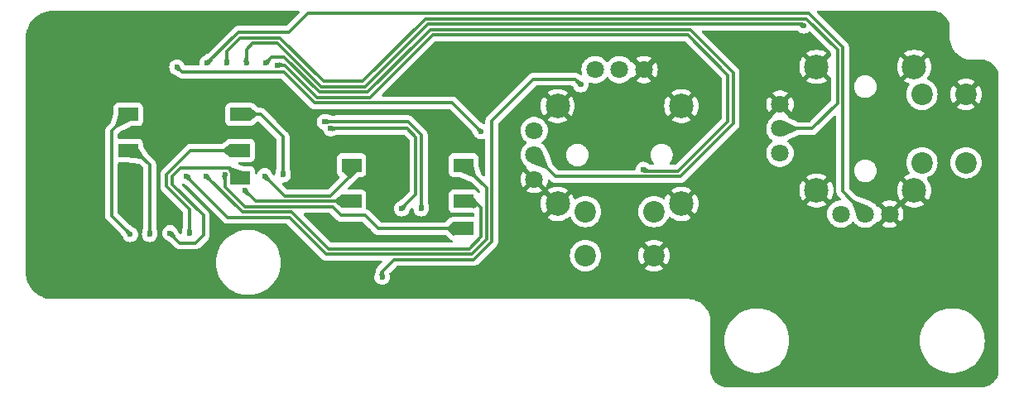
<source format=gbr>
%TF.GenerationSoftware,KiCad,Pcbnew,8.0.2*%
%TF.CreationDate,2025-04-19T09:34:17+08:00*%
%TF.ProjectId,ternel_handel,7465726e-656c-45f6-9861-6e64656c2e6b,rev?*%
%TF.SameCoordinates,PX5636500PY71de640*%
%TF.FileFunction,Copper,L2,Bot*%
%TF.FilePolarity,Positive*%
%FSLAX46Y46*%
G04 Gerber Fmt 4.6, Leading zero omitted, Abs format (unit mm)*
G04 Created by KiCad (PCBNEW 8.0.2) date 2025-04-19 09:34:17*
%MOMM*%
%LPD*%
G01*
G04 APERTURE LIST*
%TA.AperFunction,SMDPad,CuDef*%
%ADD10R,2.000000X1.400000*%
%TD*%
%TA.AperFunction,ComponentPad*%
%ADD11C,1.800000*%
%TD*%
%TA.AperFunction,ComponentPad*%
%ADD12C,2.500000*%
%TD*%
%TA.AperFunction,ComponentPad*%
%ADD13C,2.200000*%
%TD*%
%TA.AperFunction,ViaPad*%
%ADD14C,0.600000*%
%TD*%
%TA.AperFunction,Conductor*%
%ADD15C,0.300000*%
%TD*%
G04 APERTURE END LIST*
D10*
%TO.P,SW3,1,1*%
%TO.N,/MID-HAND*%
X46616000Y24356068D03*
%TO.P,SW3,2,2*%
%TO.N,/MID-LEFT*%
X46616000Y20656068D03*
%TO.P,SW3,3,3*%
%TO.N,/MID-FORW*%
X46616000Y17856068D03*
%TO.P,SW3,4,4*%
%TO.N,GND*%
X35154000Y17856068D03*
%TO.P,SW3,5,5*%
%TO.N,/MID-RIGHT*%
X35154000Y20656068D03*
%TO.P,SW3,6,6*%
%TO.N,/MID-KEY*%
X35154000Y24356068D03*
%TD*%
D11*
%TO.P,SW1,1,B*%
%TO.N,GND*%
X90206500Y19360000D03*
%TO.P,SW1,2,DTA*%
%TO.N,/TDC-RV1*%
X87706500Y19360000D03*
%TO.P,SW1,3,A*%
%TO.N,+3V3*%
X85206500Y19360000D03*
%TO.P,SW1,4,A*%
X78976500Y25590000D03*
%TO.P,SW1,5,DTA*%
%TO.N,/TDC-RV2*%
X78976500Y28089000D03*
%TO.P,SW1,6,B*%
%TO.N,GND*%
X78976500Y30590000D03*
D12*
%TO.P,SW1,7,GND*%
X82706500Y34414000D03*
%TO.P,SW1,8,GND*%
X92706500Y34414000D03*
%TO.P,SW1,9,GND*%
X92706500Y21764000D03*
%TO.P,SW1,10,GND*%
X82706500Y21764000D03*
D13*
%TO.P,SW1,a,a*%
%TO.N,unconnected-(SW1-Pada)*%
X93498500Y31609000D03*
%TO.P,SW1,b,b*%
%TO.N,GND*%
X97998500Y31609000D03*
%TO.P,SW1,c,c*%
%TO.N,/TDC-KEY1*%
X93498500Y24609000D03*
%TO.P,SW1,d,d*%
%TO.N,unconnected-(SW1-Padd)*%
X97998500Y24609000D03*
%TD*%
D10*
%TO.P,SW4,1,1*%
%TO.N,/MAD-HAND*%
X23776000Y29556068D03*
%TO.P,SW4,2,2*%
%TO.N,/MAD-LEFT*%
X23776000Y25856068D03*
%TO.P,SW4,3,3*%
%TO.N,/MAD-FORW*%
X23776000Y23056068D03*
%TO.P,SW4,4,4*%
%TO.N,GND*%
X12314000Y23056068D03*
%TO.P,SW4,5,5*%
%TO.N,/MAD-RIGHT*%
X12314000Y25856068D03*
%TO.P,SW4,6,6*%
%TO.N,/MAD-KEY*%
X12314000Y29556068D03*
%TD*%
D11*
%TO.P,SW2,1,B*%
%TO.N,GND*%
X53840000Y22900000D03*
%TO.P,SW2,2,DTA*%
%TO.N,/ROW-RV1*%
X53840000Y25400000D03*
%TO.P,SW2,3,A*%
%TO.N,+3V3*%
X53840000Y27900000D03*
%TO.P,SW2,4,A*%
%TO.N,unconnected-(SW2A-A-Pad4)*%
X60070000Y34130000D03*
%TO.P,SW2,5,DTA*%
%TO.N,unconnected-(SW2A-DTA-Pad5)*%
X62569000Y34130000D03*
%TO.P,SW2,6,B*%
%TO.N,GND*%
X65070000Y34130000D03*
D12*
%TO.P,SW2,7,GND*%
X68894000Y30400000D03*
%TO.P,SW2,8,GND*%
X68894000Y20400000D03*
%TO.P,SW2,9,GND*%
X56244000Y20400000D03*
%TO.P,SW2,10,GND*%
X56244000Y30400000D03*
D13*
%TO.P,SW2,a,a*%
%TO.N,unconnected-(SW2-Pada)*%
X66089000Y19608000D03*
%TO.P,SW2,b,b*%
%TO.N,GND*%
X66089000Y15108000D03*
%TO.P,SW2,c,c*%
%TO.N,/ROW-KEY1*%
X59089000Y19608000D03*
%TO.P,SW2,d,d*%
%TO.N,unconnected-(SW2-Padd)*%
X59089000Y15108000D03*
%TD*%
D14*
%TO.N,+3V3*%
X48400000Y27800000D03*
X17309900Y34379900D03*
%TO.N,GND*%
X37850000Y20150000D03*
X29350000Y30150000D03*
X61600000Y29900000D03*
X94600000Y39400000D03*
X92600000Y37400000D03*
X28600000Y11400000D03*
X5600000Y13400000D03*
X5600000Y25400000D03*
X6850000Y39400000D03*
X38600000Y19150000D03*
X95600000Y15400000D03*
X5600000Y19400000D03*
X88600000Y30400000D03*
X6600000Y12400000D03*
X55600000Y17400000D03*
X3600000Y19400000D03*
X72600000Y16400000D03*
X6600000Y14400000D03*
X59600000Y36400000D03*
X61600000Y31900000D03*
X9300000Y20920000D03*
X94600000Y27400000D03*
X39100000Y20150000D03*
X63350000Y36400000D03*
X73600000Y15400000D03*
X33350000Y29650000D03*
X9300000Y23350000D03*
X94600000Y37400000D03*
X54600000Y16400000D03*
X5600000Y23400000D03*
X53600000Y15400000D03*
X5600000Y21400000D03*
X44100000Y19650000D03*
X4600000Y14400000D03*
X33100000Y17650000D03*
X45100000Y33150000D03*
X8850000Y37400000D03*
X4600000Y12400000D03*
X8850000Y39400000D03*
X96600000Y29400000D03*
X7850000Y38400000D03*
X44600000Y26900000D03*
X86600000Y30400000D03*
X86600000Y28400000D03*
X3600000Y21400000D03*
X36850000Y17650000D03*
X30600000Y11400000D03*
X96600000Y14400000D03*
X29600000Y12400000D03*
X4600000Y22400000D03*
X92600000Y39400000D03*
X44600000Y29400000D03*
X31850000Y24900000D03*
X61350000Y36400000D03*
X72600000Y14400000D03*
X28600000Y13400000D03*
X74600000Y14400000D03*
X4600000Y20400000D03*
X62600000Y30900000D03*
X94600000Y29400000D03*
X9300000Y25780000D03*
X55600000Y15400000D03*
X9300000Y24565000D03*
X87600000Y29400000D03*
X63600000Y31900000D03*
X96600000Y27400000D03*
X32350000Y18650000D03*
X3600000Y23400000D03*
X88600000Y28400000D03*
X6850000Y37400000D03*
X97600000Y15400000D03*
X32600000Y26400000D03*
X95600000Y13400000D03*
X74600000Y16400000D03*
X53600000Y17400000D03*
X95600000Y28400000D03*
X30600000Y24150000D03*
X45600000Y35650000D03*
X63600000Y29900000D03*
X93600000Y38400000D03*
X9300000Y22135000D03*
X4600000Y24400000D03*
X97600000Y13400000D03*
%TO.N,/TDC-KEY1*%
X24400000Y34800000D03*
X81416116Y38616116D03*
%TO.N,/ROW-KEY1*%
X65016865Y23900000D03*
X27600000Y34600000D03*
%TO.N,/PINKEY-FOWORD*%
X58600000Y32600000D03*
X38290000Y12910000D03*
%TO.N,/PINKEYKEY-AHEAD*%
X40290000Y19900000D03*
X33026101Y28100000D03*
%TO.N,/PINKEYKEY-FOWORD*%
X42290000Y19900000D03*
X32400000Y28800000D03*
%TO.N,/MID-HAND*%
X18274148Y23243551D03*
%TO.N,/MID-LEFT*%
X20274148Y23243551D03*
%TO.N,/MID-FORW*%
X22200000Y23400000D03*
%TO.N,/MID-RIGHT*%
X24274148Y21756449D03*
%TO.N,/MID-KEY*%
X26274148Y23243551D03*
%TO.N,/MAD-HAND*%
X28156469Y23383760D03*
%TO.N,/MAD-LEFT*%
X18600000Y17400000D03*
%TO.N,/MAD-FORW*%
X16600000Y17400000D03*
%TO.N,/MAD-RIGHT*%
X14517942Y17280735D03*
%TO.N,/MAD-KEY*%
X12517942Y17280735D03*
%TO.N,/TDC-RV1*%
X20400000Y34800000D03*
%TO.N,/TDC-RV2*%
X22400000Y34800000D03*
%TO.N,/ROW-RV1*%
X26400000Y34800000D03*
%TD*%
D15*
%TO.N,+3V3*%
X28216546Y33900000D02*
X17789800Y33900000D01*
X31388401Y30728145D02*
X28216546Y33900000D01*
X48400000Y27800000D02*
X45471855Y30728145D01*
X17789800Y33900000D02*
X17309900Y34379900D01*
X45471855Y30728145D02*
X31388401Y30728145D01*
%TO.N,/TDC-KEY1*%
X42971855Y38771855D02*
X36578145Y32378145D01*
X36578145Y32378145D02*
X32071855Y32378145D01*
X81416116Y38616116D02*
X81260377Y38771855D01*
X25050000Y36850000D02*
X24400000Y36200000D01*
X81260377Y38771855D02*
X42971855Y38771855D01*
X27600000Y36850000D02*
X25050000Y36850000D01*
X24400000Y36200000D02*
X24400000Y34800000D01*
X32071855Y32378145D02*
X27600000Y36850000D01*
%TO.N,/ROW-KEY1*%
X68572182Y23750000D02*
X65166865Y23750000D01*
X37055963Y31278145D02*
X37378145Y31600328D01*
X43449672Y37671855D02*
X69550326Y37671855D01*
X69550326Y37671855D02*
X73650000Y33572181D01*
X31616219Y31278145D02*
X37055963Y31278145D01*
X73650000Y33572181D02*
X73650000Y28827818D01*
X28294364Y34600000D02*
X31616219Y31278145D01*
X65166865Y23750000D02*
X65016865Y23900000D01*
X73650000Y28827818D02*
X68572182Y23750000D01*
X37378145Y31600328D02*
X43449672Y37671855D01*
X27600000Y34600000D02*
X28294364Y34600000D01*
%TO.N,/PINKEY-FOWORD*%
X49500000Y16544364D02*
X49500000Y28900000D01*
X38290000Y12910000D02*
X38290000Y13490000D01*
X38290000Y13490000D02*
X39500000Y14700000D01*
X58050000Y33150000D02*
X58600000Y32600000D01*
X39500000Y14700000D02*
X47655636Y14700000D01*
X49500000Y28900000D02*
X53750000Y33150000D01*
X53750000Y33150000D02*
X58050000Y33150000D01*
X47655636Y14700000D02*
X49500000Y16544364D01*
%TO.N,/PINKEYKEY-AHEAD*%
X41740000Y21350000D02*
X40290000Y19900000D01*
X33026101Y28100000D02*
X40872182Y28100000D01*
X41740000Y27232182D02*
X41740000Y21350000D01*
X40872182Y28100000D02*
X41740000Y27232182D01*
%TO.N,/PINKEYKEY-FOWORD*%
X32400000Y28800000D02*
X40950000Y28800000D01*
X40950000Y28800000D02*
X42290000Y27460000D01*
X42290000Y27460000D02*
X42290000Y19900000D01*
%TO.N,/MID-HAND*%
X32572182Y15250000D02*
X47427818Y15250000D01*
X28816114Y19006068D02*
X32572182Y15250000D01*
X47427818Y15250000D02*
X48950000Y16772182D01*
X48950000Y16772182D02*
X48950000Y22022068D01*
X18274148Y23243551D02*
X22511631Y19006068D01*
X48950000Y22022068D02*
X46616000Y24356068D01*
X22511631Y19006068D02*
X28816114Y19006068D01*
%TO.N,/MID-LEFT*%
X47743932Y20656068D02*
X46616000Y20656068D01*
X20310699Y23243551D02*
X23998182Y19556068D01*
X23998182Y19556068D02*
X29043932Y19556068D01*
X48400000Y17000000D02*
X48400000Y20000000D01*
X48400000Y20000000D02*
X47743932Y20656068D01*
X29043932Y19556068D02*
X32800000Y15800000D01*
X20274148Y23243551D02*
X20310699Y23243551D01*
X32800000Y15800000D02*
X47200000Y15800000D01*
X47200000Y15800000D02*
X48400000Y17000000D01*
%TO.N,/MID-FORW*%
X33204000Y20106068D02*
X34110068Y19200000D01*
X24226000Y20106068D02*
X33204000Y20106068D01*
X37893932Y17856068D02*
X46616000Y17856068D01*
X22200000Y22132068D02*
X24226000Y20106068D01*
X22200000Y23400000D02*
X22200000Y22132068D01*
X36550000Y19200000D02*
X37893932Y17856068D01*
X34110068Y19200000D02*
X36550000Y19200000D01*
%TO.N,/MID-RIGHT*%
X25374529Y20656068D02*
X35154000Y20656068D01*
X24274148Y21756449D02*
X25374529Y20656068D01*
%TO.N,/MID-KEY*%
X35154000Y23354000D02*
X35154000Y24356068D01*
X33006068Y21206068D02*
X35154000Y23354000D01*
X28311631Y21206068D02*
X33006068Y21206068D01*
X26274148Y23243551D02*
X28311631Y21206068D01*
%TO.N,/MAD-HAND*%
X28156469Y27243531D02*
X25843932Y29556068D01*
X25843932Y29556068D02*
X23776000Y29556068D01*
X28156469Y23383760D02*
X28156469Y27243531D01*
%TO.N,/MAD-LEFT*%
X16250000Y22172182D02*
X16250000Y23427818D01*
X18678250Y25856068D02*
X23776000Y25856068D01*
X16250000Y23427818D02*
X18678250Y25856068D01*
X18600000Y17400000D02*
X18600000Y19822182D01*
X18600000Y19822182D02*
X16250000Y22172182D01*
%TO.N,/MAD-FORW*%
X16800000Y23200000D02*
X17700000Y24100000D01*
X16600000Y17400000D02*
X17600000Y16400000D01*
X20000000Y17200000D02*
X20000000Y19200000D01*
X17700000Y24100000D02*
X22732068Y24100000D01*
X19200000Y16400000D02*
X20000000Y17200000D01*
X22732068Y24100000D02*
X23776000Y23056068D01*
X20000000Y19200000D02*
X16800000Y22400000D01*
X17600000Y16400000D02*
X19200000Y16400000D01*
X16800000Y22400000D02*
X16800000Y23200000D01*
%TO.N,/MAD-RIGHT*%
X14517942Y17280735D02*
X14517942Y24382058D01*
X13043932Y25856068D02*
X12314000Y25856068D01*
X14517942Y24382058D02*
X13043932Y25856068D01*
%TO.N,/MAD-KEY*%
X12314000Y29556068D02*
X10600000Y27842068D01*
X10600000Y19198677D02*
X12517942Y17280735D01*
X10600000Y27842068D02*
X10600000Y19198677D01*
%TO.N,/TDC-RV1*%
X85400000Y21666500D02*
X87706500Y19360000D01*
X28750000Y37950000D02*
X30671855Y39871855D01*
X30671855Y39871855D02*
X81928145Y39871855D01*
X85400000Y36400000D02*
X85400000Y21666500D01*
X20400000Y34800000D02*
X23550000Y37950000D01*
X23550000Y37950000D02*
X28750000Y37950000D01*
X81928145Y39871855D02*
X85400000Y36400000D01*
%TO.N,/TDC-RV2*%
X22400000Y36022182D02*
X23777818Y37400000D01*
X84850000Y30650000D02*
X82289000Y28089000D01*
X36328145Y32928145D02*
X42721855Y39321855D01*
X23777818Y37400000D02*
X27827818Y37400000D01*
X22400000Y34800000D02*
X22400000Y36022182D01*
X82289000Y28089000D02*
X78976500Y28089000D01*
X27827818Y37400000D02*
X32299673Y32928145D01*
X42721855Y39321855D02*
X81700327Y39321855D01*
X32299673Y32928145D02*
X36328145Y32928145D01*
X84850000Y36172182D02*
X84850000Y30650000D01*
X81700327Y39321855D02*
X84850000Y36172182D01*
%TO.N,/ROW-RV1*%
X43199673Y38221855D02*
X69778145Y38221855D01*
X74200000Y33800000D02*
X74200000Y28600000D01*
X68800000Y23200000D02*
X56040000Y23200000D01*
X36828145Y31828145D02*
X42200000Y37200000D01*
X31844037Y31828145D02*
X36828145Y31828145D01*
X26400000Y34800000D02*
X27000000Y35400000D01*
X42200000Y37222182D02*
X43199673Y38221855D01*
X56040000Y23200000D02*
X53840000Y25400000D01*
X27000000Y35400000D02*
X28272182Y35400000D01*
X69778145Y38221855D02*
X74200000Y33800000D01*
X42200000Y37200000D02*
X42200000Y37222182D01*
X28272182Y35400000D02*
X31844037Y31828145D01*
X74200000Y28600000D02*
X68800000Y23200000D01*
%TD*%
%TA.AperFunction,Conductor*%
%TO.N,GND*%
G36*
X29797232Y40129816D02*
G01*
X29842987Y40077012D01*
X29852931Y40007854D01*
X29823906Y39944298D01*
X29817874Y39937820D01*
X28516873Y38636819D01*
X28455550Y38603334D01*
X28429192Y38600500D01*
X23485929Y38600500D01*
X23360261Y38575503D01*
X23360255Y38575501D01*
X23265209Y38536131D01*
X23241877Y38526467D01*
X23241869Y38526463D01*
X23135326Y38455274D01*
X20435143Y35755091D01*
X20410049Y35735726D01*
X20057643Y35529683D01*
X20051313Y35526315D01*
X20045346Y35522566D01*
X20042003Y35520539D01*
X20038825Y35518681D01*
X20022717Y35508855D01*
X20020932Y35507557D01*
X20014015Y35502879D01*
X19897739Y35429818D01*
X19770184Y35302263D01*
X19674211Y35149524D01*
X19614631Y34979255D01*
X19614630Y34979250D01*
X19594435Y34800004D01*
X19594435Y34799998D01*
X19607011Y34688384D01*
X19594957Y34619562D01*
X19547608Y34568182D01*
X19483791Y34550500D01*
X18211142Y34550500D01*
X18144103Y34570185D01*
X18104096Y34611913D01*
X18102559Y34614541D01*
X18039594Y34722234D01*
X18036220Y34728577D01*
X18032461Y34734558D01*
X18030417Y34737929D01*
X18028583Y34741067D01*
X18018784Y34757133D01*
X18018780Y34757138D01*
X18018775Y34757146D01*
X18017490Y34758915D01*
X18012808Y34765836D01*
X17966013Y34840310D01*
X17939716Y34882162D01*
X17812162Y35009716D01*
X17743564Y35052819D01*
X17659423Y35105689D01*
X17489154Y35165269D01*
X17489149Y35165270D01*
X17309904Y35185465D01*
X17309896Y35185465D01*
X17130650Y35165270D01*
X17130645Y35165269D01*
X16960376Y35105689D01*
X16807637Y35009716D01*
X16680084Y34882163D01*
X16584111Y34729424D01*
X16524531Y34559155D01*
X16524530Y34559150D01*
X16504335Y34379904D01*
X16504335Y34379897D01*
X16524530Y34200651D01*
X16524531Y34200646D01*
X16584111Y34030377D01*
X16665280Y33901198D01*
X16680084Y33877638D01*
X16807638Y33750084D01*
X16942932Y33665074D01*
X16947031Y33662383D01*
X16948736Y33661215D01*
X16951836Y33659403D01*
X16955220Y33657353D01*
X16960378Y33654111D01*
X16960379Y33654111D01*
X16961219Y33653583D01*
X16967558Y33650211D01*
X17319949Y33444177D01*
X17345038Y33424816D01*
X17375131Y33394723D01*
X17457414Y33339744D01*
X17457415Y33339743D01*
X17457414Y33339743D01*
X17481671Y33323536D01*
X17481672Y33323536D01*
X17481673Y33323535D01*
X17600056Y33274499D01*
X17600060Y33274499D01*
X17600061Y33274498D01*
X17725728Y33249500D01*
X17725731Y33249500D01*
X27895738Y33249500D01*
X27962777Y33229815D01*
X27983419Y33213181D01*
X30973725Y30222874D01*
X30973728Y30222871D01*
X31040085Y30178533D01*
X31080267Y30151684D01*
X31080273Y30151681D01*
X31080274Y30151680D01*
X31198657Y30102644D01*
X31198661Y30102644D01*
X31198662Y30102643D01*
X31324329Y30077645D01*
X31324332Y30077645D01*
X45151047Y30077645D01*
X45218086Y30057960D01*
X45238728Y30041326D01*
X47444911Y27835143D01*
X47464276Y27810049D01*
X47670307Y27457662D01*
X47673680Y27451322D01*
X47677434Y27445349D01*
X47679489Y27441958D01*
X47681305Y27438852D01*
X47691117Y27422764D01*
X47692404Y27420993D01*
X47697083Y27414076D01*
X47759569Y27314631D01*
X47770184Y27297738D01*
X47897738Y27170184D01*
X48050478Y27074211D01*
X48157241Y27036853D01*
X48220745Y27014632D01*
X48220750Y27014631D01*
X48399996Y26994435D01*
X48400000Y26994435D01*
X48400004Y26994435D01*
X48579249Y27014631D01*
X48579251Y27014632D01*
X48579255Y27014632D01*
X48579258Y27014634D01*
X48579262Y27014634D01*
X48684545Y27051474D01*
X48754324Y27055036D01*
X48814951Y27020308D01*
X48847179Y26958314D01*
X48849500Y26934433D01*
X48849500Y23341876D01*
X48829815Y23274837D01*
X48777011Y23229082D01*
X48707853Y23219138D01*
X48644297Y23248163D01*
X48637819Y23254195D01*
X48394030Y23497984D01*
X48362275Y23552336D01*
X48167558Y24250159D01*
X48121062Y24416790D01*
X48116499Y24450117D01*
X48116499Y25103939D01*
X48116498Y25103945D01*
X48116497Y25103952D01*
X48110091Y25163551D01*
X48108172Y25168695D01*
X48059797Y25298397D01*
X48059793Y25298404D01*
X47973547Y25413613D01*
X47973544Y25413616D01*
X47858335Y25499862D01*
X47858328Y25499866D01*
X47723482Y25550160D01*
X47723483Y25550160D01*
X47663883Y25556567D01*
X47663881Y25556568D01*
X47663873Y25556568D01*
X47663864Y25556568D01*
X45568129Y25556568D01*
X45568123Y25556567D01*
X45508516Y25550160D01*
X45373671Y25499866D01*
X45373664Y25499862D01*
X45258455Y25413616D01*
X45258452Y25413613D01*
X45172206Y25298404D01*
X45172202Y25298397D01*
X45121908Y25163551D01*
X45118365Y25130591D01*
X45115501Y25103945D01*
X45115500Y25103933D01*
X45115500Y23608198D01*
X45115501Y23608192D01*
X45121908Y23548585D01*
X45172202Y23413740D01*
X45172206Y23413733D01*
X45258452Y23298524D01*
X45258455Y23298521D01*
X45373664Y23212275D01*
X45373671Y23212271D01*
X45394493Y23204505D01*
X45508517Y23161977D01*
X45568127Y23155568D01*
X46183343Y23155569D01*
X46232892Y23145239D01*
X47406167Y22633812D01*
X47444298Y22607824D01*
X48263181Y21788941D01*
X48296666Y21727618D01*
X48299500Y21701260D01*
X48299500Y21643015D01*
X48279815Y21575976D01*
X48227011Y21530221D01*
X48157853Y21520277D01*
X48094297Y21549302D01*
X48065183Y21591235D01*
X48064047Y21590614D01*
X48059793Y21598404D01*
X47973547Y21713613D01*
X47973544Y21713616D01*
X47858335Y21799862D01*
X47858328Y21799866D01*
X47723482Y21850160D01*
X47723483Y21850160D01*
X47663883Y21856567D01*
X47663881Y21856568D01*
X47663873Y21856568D01*
X47663864Y21856568D01*
X45568129Y21856568D01*
X45568123Y21856567D01*
X45508516Y21850160D01*
X45373671Y21799866D01*
X45373664Y21799862D01*
X45258455Y21713616D01*
X45258452Y21713613D01*
X45172206Y21598404D01*
X45172202Y21598397D01*
X45121908Y21463551D01*
X45116199Y21410447D01*
X45115501Y21403945D01*
X45115500Y21403933D01*
X45115500Y19908198D01*
X45115501Y19908192D01*
X45121908Y19848585D01*
X45172202Y19713740D01*
X45172206Y19713733D01*
X45258452Y19598524D01*
X45258455Y19598521D01*
X45373664Y19512275D01*
X45373671Y19512271D01*
X45508517Y19461977D01*
X45508516Y19461977D01*
X45515444Y19461233D01*
X45568127Y19455568D01*
X47598441Y19455569D01*
X47612971Y19454715D01*
X47614439Y19454542D01*
X47625905Y19453189D01*
X47625917Y19453190D01*
X47630319Y19452986D01*
X47630226Y19450983D01*
X47689788Y19435173D01*
X47736908Y19383584D01*
X47749500Y19329140D01*
X47749500Y19180568D01*
X47729815Y19113529D01*
X47677011Y19067774D01*
X47625500Y19056568D01*
X45646606Y19056568D01*
X45627448Y19058057D01*
X45625220Y19058406D01*
X45624065Y19058586D01*
X45624064Y19058586D01*
X45616682Y19057619D01*
X45600580Y19056568D01*
X45568131Y19056568D01*
X45568123Y19056567D01*
X45508519Y19050160D01*
X45508516Y19050159D01*
X45484419Y19041172D01*
X45474562Y19037959D01*
X45472796Y19037464D01*
X45421504Y19020080D01*
X45421497Y19020077D01*
X45418781Y19018510D01*
X45400191Y19009758D01*
X45373670Y18999865D01*
X45336685Y18972178D01*
X45324328Y18964031D01*
X45296868Y18948194D01*
X44768525Y18533065D01*
X44703649Y18507124D01*
X44691915Y18506568D01*
X38214740Y18506568D01*
X38147701Y18526253D01*
X38127059Y18542887D01*
X36964674Y19705273D01*
X36964673Y19705274D01*
X36952281Y19713554D01*
X36858127Y19776465D01*
X36739744Y19825501D01*
X36739743Y19825502D01*
X36734116Y19827832D01*
X36734872Y19829659D01*
X36684048Y19862982D01*
X36655605Y19926801D01*
X36654499Y19943311D01*
X36654499Y21403940D01*
X36648091Y21463551D01*
X36643163Y21476763D01*
X36597797Y21598397D01*
X36597793Y21598404D01*
X36511547Y21713613D01*
X36511544Y21713616D01*
X36396335Y21799862D01*
X36396328Y21799866D01*
X36261482Y21850160D01*
X36261483Y21850160D01*
X36201883Y21856567D01*
X36201881Y21856568D01*
X36201873Y21856568D01*
X36201865Y21856568D01*
X34875875Y21856568D01*
X34808836Y21876253D01*
X34763081Y21929057D01*
X34753137Y21998215D01*
X34782162Y22061771D01*
X34788194Y22068249D01*
X35034493Y22314548D01*
X35300385Y22580441D01*
X35317216Y22594524D01*
X35331855Y22604713D01*
X35869127Y23106151D01*
X35886345Y23122221D01*
X35948786Y23153572D01*
X35970951Y23155569D01*
X36201871Y23155569D01*
X36201872Y23155569D01*
X36261483Y23161977D01*
X36396331Y23212272D01*
X36511546Y23298522D01*
X36597796Y23413737D01*
X36648091Y23548585D01*
X36654500Y23608195D01*
X36654499Y25103940D01*
X36648091Y25163551D01*
X36646172Y25168695D01*
X36597797Y25298397D01*
X36597793Y25298404D01*
X36511547Y25413613D01*
X36511544Y25413616D01*
X36396335Y25499862D01*
X36396328Y25499866D01*
X36261482Y25550160D01*
X36261483Y25550160D01*
X36201883Y25556567D01*
X36201881Y25556568D01*
X36201873Y25556568D01*
X36201864Y25556568D01*
X34106129Y25556568D01*
X34106123Y25556567D01*
X34046516Y25550160D01*
X33911671Y25499866D01*
X33911664Y25499862D01*
X33796455Y25413616D01*
X33796452Y25413613D01*
X33710206Y25298404D01*
X33710202Y25298397D01*
X33659908Y25163551D01*
X33656365Y25130591D01*
X33653501Y25103945D01*
X33653500Y25103933D01*
X33653500Y23608198D01*
X33653501Y23608192D01*
X33659908Y23548585D01*
X33710202Y23413740D01*
X33710206Y23413733D01*
X33796452Y23298524D01*
X33796455Y23298521D01*
X33900424Y23220689D01*
X33942295Y23164755D01*
X33947279Y23095064D01*
X33913794Y23033742D01*
X32772941Y21892887D01*
X32711618Y21859402D01*
X32685260Y21856568D01*
X28632439Y21856568D01*
X28565400Y21876253D01*
X28544758Y21892887D01*
X28071131Y22366514D01*
X28037646Y22427837D01*
X28042630Y22497529D01*
X28084502Y22553462D01*
X28149966Y22577879D01*
X28155386Y22578073D01*
X28335718Y22598391D01*
X28335721Y22598392D01*
X28335724Y22598392D01*
X28505991Y22657971D01*
X28658731Y22753944D01*
X28786285Y22881498D01*
X28882258Y23034238D01*
X28941837Y23204505D01*
X28942712Y23212272D01*
X28962034Y23383757D01*
X28962034Y23383764D01*
X28941838Y23563007D01*
X28941837Y23563014D01*
X28935840Y23580153D01*
X28926526Y23606770D01*
X28920366Y23633682D01*
X28920038Y23636563D01*
X28817207Y24028919D01*
X28811020Y24052525D01*
X28806969Y24083962D01*
X28806969Y27307603D01*
X28781971Y27433270D01*
X28781970Y27433271D01*
X28781970Y27433275D01*
X28732934Y27551658D01*
X28732933Y27551659D01*
X28732930Y27551665D01*
X28661746Y27658199D01*
X28651242Y27668703D01*
X28571138Y27748807D01*
X27999636Y28320309D01*
X27519942Y28800004D01*
X31594435Y28800004D01*
X31594435Y28799997D01*
X31614630Y28620751D01*
X31614631Y28620746D01*
X31674211Y28450477D01*
X31734781Y28354081D01*
X31770184Y28297738D01*
X31897738Y28170184D01*
X32050478Y28074211D01*
X32156998Y28036938D01*
X32213773Y27996218D01*
X32239263Y27933784D01*
X32240731Y27920750D01*
X32300311Y27750479D01*
X32374317Y27632700D01*
X32396285Y27597738D01*
X32523839Y27470184D01*
X32676579Y27374211D01*
X32784545Y27336432D01*
X32846846Y27314632D01*
X32846851Y27314631D01*
X33026097Y27294435D01*
X33026101Y27294435D01*
X33026105Y27294435D01*
X33205347Y27314631D01*
X33205346Y27314631D01*
X33205356Y27314632D01*
X33249115Y27329945D01*
X33276020Y27336103D01*
X33278902Y27336431D01*
X33694864Y27445450D01*
X33726301Y27449500D01*
X40551374Y27449500D01*
X40618413Y27429815D01*
X40639055Y27413181D01*
X41053181Y26999055D01*
X41086666Y26937732D01*
X41089500Y26911374D01*
X41089500Y21670809D01*
X41069815Y21603770D01*
X41053181Y21583128D01*
X40325144Y20855091D01*
X40300050Y20835726D01*
X39947643Y20629683D01*
X39941313Y20626315D01*
X39935346Y20622566D01*
X39932003Y20620539D01*
X39928825Y20618681D01*
X39912717Y20608855D01*
X39910932Y20607557D01*
X39904015Y20602879D01*
X39787739Y20529818D01*
X39660184Y20402263D01*
X39564211Y20249524D01*
X39504631Y20079255D01*
X39504630Y20079250D01*
X39484435Y19900004D01*
X39484435Y19899997D01*
X39504630Y19720751D01*
X39504631Y19720746D01*
X39564211Y19550477D01*
X39624383Y19454715D01*
X39660184Y19397738D01*
X39787738Y19270184D01*
X39940478Y19174211D01*
X40070555Y19128695D01*
X40110745Y19114632D01*
X40110750Y19114631D01*
X40289996Y19094435D01*
X40290000Y19094435D01*
X40290004Y19094435D01*
X40469249Y19114631D01*
X40469252Y19114632D01*
X40469255Y19114632D01*
X40639522Y19174211D01*
X40792262Y19270184D01*
X40919816Y19397738D01*
X41004845Y19533064D01*
X41007513Y19537126D01*
X41008671Y19538819D01*
X41008683Y19538833D01*
X41010528Y19541991D01*
X41012547Y19545322D01*
X41015789Y19550478D01*
X41015790Y19550482D01*
X41016321Y19551326D01*
X41019700Y19557678D01*
X41225727Y19910056D01*
X41245084Y19935140D01*
X41274569Y19964625D01*
X41335890Y19998108D01*
X41405582Y19993124D01*
X41461515Y19951252D01*
X41485468Y19890826D01*
X41504630Y19720750D01*
X41504631Y19720746D01*
X41564211Y19550477D01*
X41624383Y19454715D01*
X41660184Y19397738D01*
X41787738Y19270184D01*
X41940478Y19174211D01*
X42070555Y19128695D01*
X42110745Y19114632D01*
X42110750Y19114631D01*
X42289996Y19094435D01*
X42290000Y19094435D01*
X42290004Y19094435D01*
X42469249Y19114631D01*
X42469252Y19114632D01*
X42469255Y19114632D01*
X42639522Y19174211D01*
X42792262Y19270184D01*
X42919816Y19397738D01*
X43015789Y19550478D01*
X43075368Y19720745D01*
X43075369Y19720751D01*
X43095565Y19899997D01*
X43095565Y19900004D01*
X43075369Y20079247D01*
X43075368Y20079254D01*
X43064274Y20110959D01*
X43060057Y20123010D01*
X43053897Y20149922D01*
X43053569Y20152803D01*
X42953015Y20536470D01*
X42944551Y20568765D01*
X42940500Y20600202D01*
X42940500Y27524072D01*
X42915502Y27649739D01*
X42915501Y27649740D01*
X42915501Y27649744D01*
X42874468Y27748807D01*
X42866466Y27768125D01*
X42866461Y27768134D01*
X42795277Y27874668D01*
X42763805Y27906140D01*
X42704669Y27965276D01*
X42372207Y28297738D01*
X41364674Y29305273D01*
X41364673Y29305274D01*
X41364669Y29305277D01*
X41258127Y29376465D01*
X41256454Y29377158D01*
X41139745Y29425501D01*
X41138874Y29425674D01*
X41135344Y29426377D01*
X41135340Y29426379D01*
X41135340Y29426377D01*
X41014071Y29450500D01*
X41014069Y29450500D01*
X33100202Y29450500D01*
X33068765Y29454551D01*
X32652789Y29563574D01*
X32629552Y29569201D01*
X32629580Y29569318D01*
X32613670Y29573327D01*
X32579259Y29585367D01*
X32579248Y29585370D01*
X32400004Y29605565D01*
X32399996Y29605565D01*
X32220750Y29585370D01*
X32220745Y29585369D01*
X32050476Y29525789D01*
X31897737Y29429816D01*
X31770184Y29302263D01*
X31674211Y29149524D01*
X31614631Y28979255D01*
X31614630Y28979250D01*
X31594435Y28800004D01*
X27519942Y28800004D01*
X26258606Y30061341D01*
X26258605Y30061342D01*
X26258601Y30061345D01*
X26152059Y30132533D01*
X26148831Y30133870D01*
X26033676Y30181569D01*
X26033670Y30181571D01*
X25908003Y30206568D01*
X25908001Y30206568D01*
X25700085Y30206568D01*
X25633046Y30226253D01*
X25623475Y30233065D01*
X25095136Y30648189D01*
X25095134Y30648190D01*
X25095131Y30648192D01*
X25060189Y30669293D01*
X25049989Y30676166D01*
X25018335Y30699862D01*
X25018326Y30699867D01*
X25006002Y30704463D01*
X24991862Y30710768D01*
X24989190Y30712166D01*
X24983992Y30714490D01*
X24952722Y30727239D01*
X24952715Y30727241D01*
X24943318Y30729252D01*
X24925951Y30734320D01*
X24894447Y30746070D01*
X24883481Y30750160D01*
X24823883Y30756568D01*
X24822747Y30756628D01*
X24820885Y30756877D01*
X24820877Y30756754D01*
X24812028Y30757358D01*
X24812027Y30757358D01*
X24812025Y30757358D01*
X24812023Y30757358D01*
X24806094Y30756914D01*
X24796839Y30756568D01*
X22728129Y30756568D01*
X22728123Y30756567D01*
X22668516Y30750160D01*
X22533671Y30699866D01*
X22533664Y30699862D01*
X22418455Y30613616D01*
X22418452Y30613613D01*
X22332206Y30498404D01*
X22332202Y30498397D01*
X22281908Y30363551D01*
X22275501Y30303952D01*
X22275501Y30303945D01*
X22275500Y30303933D01*
X22275500Y28808198D01*
X22275501Y28808192D01*
X22281908Y28748585D01*
X22332202Y28613740D01*
X22332206Y28613733D01*
X22418452Y28498524D01*
X22418455Y28498521D01*
X22533664Y28412275D01*
X22533671Y28412271D01*
X22668517Y28361977D01*
X22668516Y28361977D01*
X22675444Y28361233D01*
X22728127Y28355568D01*
X24745428Y28355569D01*
X24764573Y28354082D01*
X24767974Y28353550D01*
X24775327Y28354515D01*
X24791462Y28355569D01*
X24823871Y28355569D01*
X24823872Y28355569D01*
X24883483Y28361977D01*
X24907573Y28370963D01*
X24917465Y28374187D01*
X24919254Y28374688D01*
X24970496Y28392058D01*
X24973184Y28393609D01*
X24991812Y28402382D01*
X25018331Y28412272D01*
X25055333Y28439973D01*
X25067682Y28448114D01*
X25095131Y28463945D01*
X25524377Y28801211D01*
X25589251Y28827151D01*
X25657852Y28813898D01*
X25688666Y28791388D01*
X27469650Y27010405D01*
X27503135Y26949082D01*
X27505969Y26922724D01*
X27505969Y24083964D01*
X27501918Y24052527D01*
X27392902Y23636579D01*
X27392202Y23633688D01*
X27389078Y23620784D01*
X27387269Y23613314D01*
X27387151Y23613343D01*
X27383143Y23597432D01*
X27371101Y23563015D01*
X27371099Y23563010D01*
X27355727Y23426576D01*
X27328660Y23362162D01*
X27271065Y23322607D01*
X27201228Y23320470D01*
X27141322Y23356428D01*
X27125461Y23377873D01*
X27113930Y23397595D01*
X27003837Y23585893D01*
X27000463Y23592235D01*
X26999937Y23593071D01*
X26999937Y23593073D01*
X26996701Y23598222D01*
X26994665Y23601580D01*
X26992831Y23604718D01*
X26983032Y23620784D01*
X26983028Y23620789D01*
X26983023Y23620797D01*
X26981738Y23622566D01*
X26977056Y23629487D01*
X26968397Y23643267D01*
X26903964Y23745813D01*
X26776410Y23873367D01*
X26755001Y23886819D01*
X26623671Y23969340D01*
X26453402Y24028920D01*
X26453397Y24028921D01*
X26274152Y24049116D01*
X26274144Y24049116D01*
X26094898Y24028921D01*
X26094893Y24028920D01*
X25924624Y23969340D01*
X25771885Y23873367D01*
X25644332Y23745814D01*
X25548357Y23593071D01*
X25517540Y23505001D01*
X25476819Y23448225D01*
X25411866Y23422478D01*
X25343304Y23435934D01*
X25292902Y23484322D01*
X25276499Y23545956D01*
X25276499Y23803939D01*
X25276498Y23803945D01*
X25270091Y23863552D01*
X25219797Y23998397D01*
X25219793Y23998404D01*
X25133547Y24113613D01*
X25133544Y24113616D01*
X25018335Y24199862D01*
X25018328Y24199866D01*
X24883482Y24250160D01*
X24883483Y24250160D01*
X24823883Y24256567D01*
X24823881Y24256568D01*
X24823873Y24256568D01*
X24823865Y24256568D01*
X24145103Y24256568D01*
X24106576Y24262705D01*
X23644624Y24413706D01*
X23587019Y24453245D01*
X23559934Y24517652D01*
X23571971Y24586477D01*
X23619306Y24637869D01*
X23683151Y24655569D01*
X24823871Y24655569D01*
X24823872Y24655569D01*
X24883483Y24661977D01*
X25018331Y24712272D01*
X25133546Y24798522D01*
X25219796Y24913737D01*
X25270091Y25048585D01*
X25276500Y25108195D01*
X25276499Y26603940D01*
X25270091Y26663551D01*
X25247720Y26723530D01*
X25219797Y26798397D01*
X25219793Y26798404D01*
X25133547Y26913613D01*
X25133544Y26913616D01*
X25018335Y26999862D01*
X25018328Y26999866D01*
X24883482Y27050160D01*
X24883483Y27050160D01*
X24823883Y27056567D01*
X24823881Y27056568D01*
X24823873Y27056568D01*
X24823865Y27056568D01*
X22806606Y27056568D01*
X22787448Y27058057D01*
X22785220Y27058406D01*
X22784065Y27058586D01*
X22784064Y27058586D01*
X22776682Y27057619D01*
X22760580Y27056568D01*
X22728131Y27056568D01*
X22728123Y27056567D01*
X22668519Y27050160D01*
X22668516Y27050159D01*
X22644419Y27041172D01*
X22634562Y27037959D01*
X22632796Y27037464D01*
X22632785Y27037461D01*
X22632784Y27037460D01*
X22629560Y27036368D01*
X22581504Y27020080D01*
X22581497Y27020077D01*
X22578781Y27018510D01*
X22560191Y27009758D01*
X22533670Y26999865D01*
X22518126Y26988230D01*
X22499234Y26974086D01*
X22496685Y26972178D01*
X22484328Y26964031D01*
X22456868Y26948194D01*
X21928525Y26533065D01*
X21863649Y26507124D01*
X21851915Y26506568D01*
X18614179Y26506568D01*
X18488511Y26481571D01*
X18488505Y26481569D01*
X18370124Y26432534D01*
X18263576Y26361342D01*
X15744727Y23842493D01*
X15744721Y23842486D01*
X15678373Y23743187D01*
X15678372Y23743184D01*
X15673536Y23735948D01*
X15624499Y23617563D01*
X15624497Y23617557D01*
X15599500Y23491890D01*
X15599500Y23491887D01*
X15599500Y22108113D01*
X15599500Y22108111D01*
X15599499Y22108111D01*
X15615730Y22026520D01*
X15620906Y22000500D01*
X15624499Y21982438D01*
X15673535Y21864055D01*
X15744723Y21757513D01*
X15744726Y21757509D01*
X15744727Y21757508D01*
X17913181Y19589055D01*
X17946666Y19527732D01*
X17949500Y19501374D01*
X17949500Y18100204D01*
X17945449Y18068767D01*
X17836433Y17652819D01*
X17830800Y17629554D01*
X17830682Y17629583D01*
X17826674Y17613672D01*
X17814632Y17579255D01*
X17814630Y17579250D01*
X17795468Y17409176D01*
X17768401Y17344762D01*
X17710807Y17305207D01*
X17640970Y17303070D01*
X17584567Y17335379D01*
X17555087Y17364859D01*
X17535722Y17389953D01*
X17529848Y17400000D01*
X17329689Y17742342D01*
X17326315Y17748684D01*
X17325789Y17749520D01*
X17325789Y17749522D01*
X17322553Y17754671D01*
X17320517Y17758029D01*
X17318683Y17761167D01*
X17308884Y17777233D01*
X17308880Y17777238D01*
X17308875Y17777246D01*
X17307590Y17779015D01*
X17302908Y17785936D01*
X17229815Y17902263D01*
X17102262Y18029816D01*
X16949523Y18125789D01*
X16779254Y18185369D01*
X16779249Y18185370D01*
X16600004Y18205565D01*
X16599996Y18205565D01*
X16420750Y18185370D01*
X16420745Y18185369D01*
X16250476Y18125789D01*
X16097737Y18029816D01*
X15970184Y17902263D01*
X15874211Y17749524D01*
X15814631Y17579255D01*
X15814630Y17579250D01*
X15794435Y17400004D01*
X15794435Y17399997D01*
X15814630Y17220751D01*
X15814631Y17220746D01*
X15874211Y17050477D01*
X15962447Y16910051D01*
X15970184Y16897738D01*
X16097738Y16770184D01*
X16233032Y16685174D01*
X16237131Y16682483D01*
X16238836Y16681315D01*
X16241936Y16679503D01*
X16245320Y16677453D01*
X16250478Y16674211D01*
X16250479Y16674211D01*
X16251319Y16673683D01*
X16257658Y16670311D01*
X16610049Y16464277D01*
X16635141Y16444913D01*
X17185325Y15894728D01*
X17185332Y15894722D01*
X17272271Y15836632D01*
X17291874Y15823534D01*
X17361221Y15794811D01*
X17410256Y15774499D01*
X17410259Y15774499D01*
X17410260Y15774498D01*
X17535928Y15749500D01*
X17535931Y15749500D01*
X19264071Y15749500D01*
X19348615Y15766318D01*
X19389744Y15774499D01*
X19508127Y15823535D01*
X19539577Y15844549D01*
X19614669Y15894723D01*
X20505277Y16785331D01*
X20576465Y16891873D01*
X20577682Y16894811D01*
X20625500Y17010253D01*
X20626662Y17016096D01*
X20626664Y17016105D01*
X20650500Y17135930D01*
X20650500Y19264072D01*
X20625502Y19389739D01*
X20625501Y19389740D01*
X20625501Y19389744D01*
X20576465Y19508127D01*
X20576464Y19508128D01*
X20576460Y19508136D01*
X20552189Y19544459D01*
X20552187Y19544461D01*
X20505276Y19614670D01*
X20505274Y19614672D01*
X20505272Y19614675D01*
X20505271Y19614676D01*
X17827943Y22292003D01*
X17794458Y22353326D01*
X17799442Y22423018D01*
X17841314Y22478951D01*
X17906778Y22503368D01*
X17975051Y22488516D01*
X17978208Y22486732D01*
X18284197Y22307828D01*
X18309289Y22288464D01*
X22096956Y18500796D01*
X22096963Y18500790D01*
X22199115Y18432535D01*
X22203501Y18429605D01*
X22203504Y18429603D01*
X22321887Y18380567D01*
X22321891Y18380567D01*
X22321892Y18380566D01*
X22447559Y18355568D01*
X22447562Y18355568D01*
X28495306Y18355568D01*
X28562345Y18335883D01*
X28582987Y18319249D01*
X32157506Y14744729D01*
X32157509Y14744727D01*
X32157512Y14744724D01*
X32256933Y14678294D01*
X32264055Y14673535D01*
X32264058Y14673533D01*
X32382433Y14624501D01*
X32382438Y14624499D01*
X32382442Y14624499D01*
X32382443Y14624498D01*
X32508110Y14599500D01*
X32508113Y14599500D01*
X38180192Y14599500D01*
X38247231Y14579815D01*
X38292986Y14527011D01*
X38302930Y14457853D01*
X38273905Y14394297D01*
X38267873Y14387819D01*
X37784727Y13904675D01*
X37784726Y13904674D01*
X37720912Y13809167D01*
X37720910Y13809165D01*
X37713537Y13798132D01*
X37713534Y13798126D01*
X37664499Y13679745D01*
X37664499Y13679744D01*
X37639500Y13554072D01*
X37639500Y13539695D01*
X37633722Y13502285D01*
X37534121Y13187526D01*
X37525531Y13157105D01*
X37524524Y13151816D01*
X37524000Y13151916D01*
X37519530Y13131833D01*
X37504631Y13089252D01*
X37504630Y13089249D01*
X37484435Y12910004D01*
X37484435Y12909997D01*
X37504630Y12730751D01*
X37504631Y12730746D01*
X37564211Y12560477D01*
X37660184Y12407738D01*
X37787738Y12280184D01*
X37861991Y12233528D01*
X37936325Y12186820D01*
X37940478Y12184211D01*
X38110745Y12124632D01*
X38110750Y12124631D01*
X38289996Y12104435D01*
X38290000Y12104435D01*
X38290004Y12104435D01*
X38469249Y12124631D01*
X38469252Y12124632D01*
X38469255Y12124632D01*
X38639522Y12184211D01*
X38792262Y12280184D01*
X38919816Y12407738D01*
X39015789Y12560478D01*
X39075368Y12730745D01*
X39075369Y12730751D01*
X39095565Y12909997D01*
X39095565Y12910004D01*
X39075369Y13089247D01*
X39075368Y13089252D01*
X39075368Y13089255D01*
X39039119Y13192848D01*
X39036185Y13202469D01*
X39030579Y13223955D01*
X39032702Y13293790D01*
X39062880Y13342936D01*
X39733127Y14013181D01*
X39794450Y14046666D01*
X39820808Y14049500D01*
X47719707Y14049500D01*
X47804251Y14066318D01*
X47845380Y14074499D01*
X47963763Y14123535D01*
X47989152Y14140499D01*
X47989153Y14140499D01*
X48049878Y14181075D01*
X48070305Y14194723D01*
X48983582Y15108000D01*
X57483551Y15108000D01*
X57503317Y14856849D01*
X57562126Y14611890D01*
X57658533Y14379141D01*
X57790160Y14164347D01*
X57790161Y14164344D01*
X57825016Y14123534D01*
X57953776Y13972776D01*
X58145341Y13809164D01*
X58145346Y13809161D01*
X58360140Y13677534D01*
X58577110Y13587663D01*
X58592889Y13581127D01*
X58837852Y13522317D01*
X59089000Y13502551D01*
X59340148Y13522317D01*
X59585111Y13581127D01*
X59817859Y13677534D01*
X60032659Y13809164D01*
X60224224Y13972776D01*
X60387836Y14164341D01*
X60519466Y14379141D01*
X60615873Y14611889D01*
X60674683Y14856852D01*
X60694449Y15108000D01*
X64484052Y15108000D01*
X64503812Y14856928D01*
X64562603Y14612044D01*
X64658980Y14379369D01*
X64790568Y14164638D01*
X64791266Y14163821D01*
X65373152Y14745707D01*
X65380049Y14729058D01*
X65467599Y14598030D01*
X65579030Y14486599D01*
X65710058Y14399049D01*
X65726705Y14392154D01*
X65144819Y13810268D01*
X65144819Y13810267D01*
X65145634Y13809571D01*
X65360368Y13677981D01*
X65593043Y13581604D01*
X65837927Y13522813D01*
X66089000Y13503053D01*
X66340072Y13522813D01*
X66584956Y13581604D01*
X66817631Y13677981D01*
X67032361Y13809568D01*
X67032363Y13809570D01*
X67033180Y13810268D01*
X66451294Y14392154D01*
X66467942Y14399049D01*
X66598970Y14486599D01*
X66710401Y14598030D01*
X66797951Y14729058D01*
X66804846Y14745706D01*
X67386732Y14163820D01*
X67387430Y14164637D01*
X67387432Y14164639D01*
X67519019Y14379369D01*
X67615396Y14612044D01*
X67674187Y14856928D01*
X67693947Y15108000D01*
X67674187Y15359073D01*
X67615396Y15603957D01*
X67519019Y15836632D01*
X67387429Y16051366D01*
X67386733Y16052181D01*
X67386732Y16052181D01*
X66804846Y15470295D01*
X66797951Y15486942D01*
X66710401Y15617970D01*
X66598970Y15729401D01*
X66467942Y15816951D01*
X66451293Y15823847D01*
X67033179Y16405734D01*
X67032362Y16406432D01*
X66817631Y16538020D01*
X66584956Y16634397D01*
X66340072Y16693188D01*
X66089000Y16712948D01*
X65837927Y16693188D01*
X65593043Y16634397D01*
X65360368Y16538020D01*
X65145637Y16406433D01*
X65144819Y16405734D01*
X65726706Y15823847D01*
X65710058Y15816951D01*
X65579030Y15729401D01*
X65467599Y15617970D01*
X65380049Y15486942D01*
X65373153Y15470294D01*
X64791266Y16052181D01*
X64790567Y16051363D01*
X64658980Y15836632D01*
X64562603Y15603957D01*
X64503812Y15359073D01*
X64484052Y15108000D01*
X60694449Y15108000D01*
X60674683Y15359148D01*
X60615873Y15604111D01*
X60600713Y15640710D01*
X60519466Y15836860D01*
X60388017Y16051363D01*
X60387838Y16051655D01*
X60387838Y16051657D01*
X60336445Y16111830D01*
X60224224Y16243224D01*
X60092787Y16355482D01*
X60032656Y16406839D01*
X60032653Y16406840D01*
X59817859Y16538467D01*
X59585110Y16634874D01*
X59340151Y16693683D01*
X59089000Y16713449D01*
X58837848Y16693683D01*
X58592889Y16634874D01*
X58360140Y16538467D01*
X58145346Y16406840D01*
X58145343Y16406839D01*
X57953776Y16243224D01*
X57790161Y16051657D01*
X57790160Y16051654D01*
X57658533Y15836860D01*
X57562126Y15604111D01*
X57503317Y15359152D01*
X57483551Y15108000D01*
X48983582Y15108000D01*
X50005277Y16129695D01*
X50076466Y16236238D01*
X50105189Y16305585D01*
X50125501Y16354620D01*
X50135338Y16404071D01*
X50150500Y16480293D01*
X50150500Y20400005D01*
X54489093Y20400005D01*
X54489093Y20399996D01*
X54508692Y20138455D01*
X54508693Y20138450D01*
X54567058Y19882730D01*
X54662883Y19638574D01*
X54662882Y19638574D01*
X54794027Y19411427D01*
X54841874Y19351429D01*
X55453522Y19963076D01*
X55544924Y19826283D01*
X55670283Y19700924D01*
X55807074Y19609523D01*
X55194830Y18997280D01*
X55366546Y18880207D01*
X55366550Y18880205D01*
X55602854Y18766406D01*
X55602858Y18766405D01*
X55853494Y18689093D01*
X55853500Y18689091D01*
X56112848Y18650001D01*
X56112857Y18650000D01*
X56375143Y18650000D01*
X56375151Y18650001D01*
X56634499Y18689091D01*
X56634505Y18689093D01*
X56885143Y18766405D01*
X57121445Y18880202D01*
X57121454Y18880207D01*
X57338167Y19027959D01*
X57338169Y19027960D01*
X57394379Y19080116D01*
X57456910Y19111286D01*
X57526367Y19103700D01*
X57580696Y19059767D01*
X57593282Y19036672D01*
X57658533Y18879141D01*
X57790160Y18664347D01*
X57790161Y18664344D01*
X57802412Y18650000D01*
X57953776Y18472776D01*
X58061738Y18380568D01*
X58145343Y18309162D01*
X58145346Y18309161D01*
X58360140Y18177534D01*
X58485065Y18125789D01*
X58592889Y18081127D01*
X58837852Y18022317D01*
X59089000Y18002551D01*
X59340148Y18022317D01*
X59585111Y18081127D01*
X59817859Y18177534D01*
X60032659Y18309164D01*
X60224224Y18472776D01*
X60387836Y18664341D01*
X60519466Y18879141D01*
X60615873Y19111889D01*
X60674683Y19356852D01*
X60694449Y19608000D01*
X64483551Y19608000D01*
X64503317Y19356849D01*
X64562126Y19111890D01*
X64658533Y18879141D01*
X64790160Y18664347D01*
X64790161Y18664344D01*
X64802412Y18650000D01*
X64953776Y18472776D01*
X65061738Y18380568D01*
X65145343Y18309162D01*
X65145346Y18309161D01*
X65360140Y18177534D01*
X65485065Y18125789D01*
X65592889Y18081127D01*
X65837852Y18022317D01*
X66089000Y18002551D01*
X66340148Y18022317D01*
X66585111Y18081127D01*
X66817859Y18177534D01*
X67032659Y18309164D01*
X67224224Y18472776D01*
X67387836Y18664341D01*
X67519466Y18879141D01*
X67519773Y18879881D01*
X67573612Y19009860D01*
X67617453Y19064264D01*
X67683747Y19086329D01*
X67751446Y19069050D01*
X67772514Y19053306D01*
X67799830Y19027960D01*
X67799832Y19027959D01*
X68016546Y18880207D01*
X68016550Y18880205D01*
X68252854Y18766406D01*
X68252858Y18766405D01*
X68503494Y18689093D01*
X68503500Y18689091D01*
X68762848Y18650001D01*
X68762857Y18650000D01*
X69025143Y18650000D01*
X69025151Y18650001D01*
X69284499Y18689091D01*
X69284505Y18689093D01*
X69535143Y18766405D01*
X69771445Y18880202D01*
X69771447Y18880203D01*
X69943168Y18997280D01*
X69330924Y19609523D01*
X69467717Y19700924D01*
X69593076Y19826283D01*
X69684477Y19963076D01*
X70296125Y19351428D01*
X70343971Y19411427D01*
X70475116Y19638574D01*
X70570941Y19882730D01*
X70629306Y20138450D01*
X70629307Y20138455D01*
X70648907Y20399996D01*
X70648907Y20400005D01*
X70629307Y20661546D01*
X70629306Y20661551D01*
X70570941Y20917271D01*
X70475116Y21161427D01*
X70475117Y21161427D01*
X70343972Y21388574D01*
X70296124Y21448573D01*
X69684477Y20836926D01*
X69593076Y20973717D01*
X69467717Y21099076D01*
X69330924Y21190478D01*
X69904451Y21764005D01*
X80951593Y21764005D01*
X80951593Y21763996D01*
X80971192Y21502455D01*
X80971193Y21502450D01*
X81029558Y21246730D01*
X81125383Y21002574D01*
X81125382Y21002574D01*
X81256527Y20775427D01*
X81304374Y20715429D01*
X81916022Y21327076D01*
X82007424Y21190283D01*
X82132783Y21064924D01*
X82269574Y20973523D01*
X81657330Y20361280D01*
X81829046Y20244207D01*
X81829050Y20244205D01*
X82065354Y20130406D01*
X82065358Y20130405D01*
X82315994Y20053093D01*
X82316000Y20053091D01*
X82575348Y20014001D01*
X82575357Y20014000D01*
X82837643Y20014000D01*
X82837651Y20014001D01*
X83096999Y20053091D01*
X83097005Y20053093D01*
X83347643Y20130405D01*
X83583945Y20244202D01*
X83583947Y20244203D01*
X83755668Y20361280D01*
X83143424Y20973523D01*
X83280217Y21064924D01*
X83405576Y21190283D01*
X83496977Y21327076D01*
X84108625Y20715428D01*
X84156471Y20775427D01*
X84287616Y21002574D01*
X84383441Y21246730D01*
X84441806Y21502450D01*
X84441807Y21502455D01*
X84461407Y21763996D01*
X84461407Y21764005D01*
X84441807Y22025546D01*
X84441806Y22025551D01*
X84383441Y22281271D01*
X84287616Y22525427D01*
X84287617Y22525427D01*
X84156472Y22752574D01*
X84108624Y22812573D01*
X83496977Y22200926D01*
X83405576Y22337717D01*
X83280217Y22463076D01*
X83143424Y22554478D01*
X83755668Y23166722D01*
X83583954Y23283794D01*
X83583945Y23283799D01*
X83347642Y23397596D01*
X83347644Y23397596D01*
X83097005Y23474908D01*
X83096999Y23474910D01*
X82837651Y23514000D01*
X82575348Y23514000D01*
X82316000Y23474910D01*
X82315994Y23474908D01*
X82065358Y23397596D01*
X82065354Y23397595D01*
X81829047Y23283795D01*
X81829039Y23283790D01*
X81657330Y23166723D01*
X82269575Y22554478D01*
X82132783Y22463076D01*
X82007424Y22337717D01*
X81916022Y22200925D01*
X81304374Y22812573D01*
X81256528Y22752575D01*
X81125383Y22525427D01*
X81029558Y22281271D01*
X80971193Y22025551D01*
X80971192Y22025546D01*
X80951593Y21764005D01*
X69904451Y21764005D01*
X69943168Y21802722D01*
X69771454Y21919794D01*
X69771445Y21919799D01*
X69535142Y22033596D01*
X69535144Y22033596D01*
X69284505Y22110908D01*
X69284499Y22110910D01*
X69025151Y22150000D01*
X68762848Y22150000D01*
X68503500Y22110910D01*
X68503494Y22110908D01*
X68252858Y22033596D01*
X68252854Y22033595D01*
X68016547Y21919795D01*
X68016539Y21919790D01*
X67844830Y21802723D01*
X68457075Y21190478D01*
X68320283Y21099076D01*
X68194924Y20973717D01*
X68103522Y20836925D01*
X67491875Y21448573D01*
X67491874Y21448573D01*
X67444028Y21388575D01*
X67312883Y21161427D01*
X67231294Y20953539D01*
X67188479Y20898325D01*
X67122609Y20875024D01*
X67054598Y20891035D01*
X67035338Y20904548D01*
X67032659Y20906836D01*
X67032657Y20906838D01*
X67032655Y20906839D01*
X67032653Y20906840D01*
X66817859Y21038467D01*
X66585110Y21134874D01*
X66340151Y21193683D01*
X66089000Y21213449D01*
X65837848Y21193683D01*
X65592889Y21134874D01*
X65360140Y21038467D01*
X65145346Y20906840D01*
X65145343Y20906839D01*
X64953776Y20743224D01*
X64790161Y20551657D01*
X64790160Y20551654D01*
X64658533Y20336860D01*
X64562126Y20104111D01*
X64503317Y19859152D01*
X64483551Y19608000D01*
X60694449Y19608000D01*
X60674683Y19859148D01*
X60615873Y20104111D01*
X60590346Y20165740D01*
X60519466Y20336860D01*
X60387839Y20551654D01*
X60387838Y20551657D01*
X60321197Y20629683D01*
X60224224Y20743224D01*
X60051160Y20891035D01*
X60032656Y20906839D01*
X60032653Y20906840D01*
X59817859Y21038467D01*
X59585110Y21134874D01*
X59340151Y21193683D01*
X59089000Y21213449D01*
X58837848Y21193683D01*
X58592889Y21134874D01*
X58360140Y21038467D01*
X58145343Y20906838D01*
X58145339Y20906836D01*
X58112707Y20878965D01*
X58048945Y20850395D01*
X57979859Y20860833D01*
X57927384Y20906964D01*
X57916748Y20927954D01*
X57825116Y21161427D01*
X57825117Y21161427D01*
X57693972Y21388574D01*
X57646124Y21448573D01*
X57034477Y20836926D01*
X56943076Y20973717D01*
X56817717Y21099076D01*
X56680924Y21190478D01*
X57293168Y21802722D01*
X57121454Y21919794D01*
X57121445Y21919799D01*
X56885142Y22033596D01*
X56885144Y22033596D01*
X56634505Y22110908D01*
X56634499Y22110910D01*
X56375151Y22150000D01*
X56112848Y22150000D01*
X55853500Y22110910D01*
X55853494Y22110908D01*
X55602858Y22033596D01*
X55602854Y22033595D01*
X55366547Y21919795D01*
X55366539Y21919790D01*
X55194830Y21802723D01*
X55807075Y21190478D01*
X55670283Y21099076D01*
X55544924Y20973717D01*
X55453522Y20836925D01*
X54841874Y21448573D01*
X54794028Y21388575D01*
X54662883Y21161427D01*
X54567058Y20917271D01*
X54508693Y20661551D01*
X54508692Y20661546D01*
X54489093Y20400005D01*
X50150500Y20400005D01*
X50150500Y28579192D01*
X50170185Y28646231D01*
X50186819Y28666873D01*
X51919951Y30400005D01*
X54489093Y30400005D01*
X54489093Y30399996D01*
X54508692Y30138455D01*
X54508693Y30138450D01*
X54567058Y29882730D01*
X54662883Y29638574D01*
X54662882Y29638574D01*
X54794027Y29411427D01*
X54841874Y29351429D01*
X55453522Y29963076D01*
X55544924Y29826283D01*
X55670283Y29700924D01*
X55807074Y29609523D01*
X55194830Y28997280D01*
X55366546Y28880207D01*
X55366550Y28880205D01*
X55602854Y28766406D01*
X55602858Y28766405D01*
X55853494Y28689093D01*
X55853500Y28689091D01*
X56112848Y28650001D01*
X56112857Y28650000D01*
X56375143Y28650000D01*
X56375151Y28650001D01*
X56634499Y28689091D01*
X56634505Y28689093D01*
X56885143Y28766405D01*
X57121445Y28880202D01*
X57121447Y28880203D01*
X57293168Y28997280D01*
X56680924Y29609523D01*
X56817717Y29700924D01*
X56943076Y29826283D01*
X57034477Y29963076D01*
X57646125Y29351428D01*
X57693971Y29411427D01*
X57825116Y29638574D01*
X57920941Y29882730D01*
X57979306Y30138450D01*
X57979307Y30138455D01*
X57998907Y30399996D01*
X57998907Y30400005D01*
X67139093Y30400005D01*
X67139093Y30399996D01*
X67158692Y30138455D01*
X67158693Y30138450D01*
X67217058Y29882730D01*
X67312883Y29638574D01*
X67312882Y29638574D01*
X67444027Y29411427D01*
X67491874Y29351429D01*
X68103522Y29963076D01*
X68194924Y29826283D01*
X68320283Y29700924D01*
X68457074Y29609523D01*
X67844830Y28997280D01*
X68016546Y28880207D01*
X68016550Y28880205D01*
X68252854Y28766406D01*
X68252858Y28766405D01*
X68503494Y28689093D01*
X68503500Y28689091D01*
X68762848Y28650001D01*
X68762857Y28650000D01*
X69025143Y28650000D01*
X69025151Y28650001D01*
X69284499Y28689091D01*
X69284505Y28689093D01*
X69535143Y28766405D01*
X69771445Y28880202D01*
X69771447Y28880203D01*
X69943168Y28997280D01*
X69330924Y29609523D01*
X69467717Y29700924D01*
X69593076Y29826283D01*
X69684477Y29963076D01*
X70296125Y29351428D01*
X70343971Y29411427D01*
X70475116Y29638574D01*
X70570941Y29882730D01*
X70629306Y30138450D01*
X70629307Y30138455D01*
X70648907Y30399996D01*
X70648907Y30400005D01*
X70629307Y30661546D01*
X70629306Y30661551D01*
X70570941Y30917271D01*
X70475116Y31161427D01*
X70475117Y31161427D01*
X70343972Y31388574D01*
X70296124Y31448573D01*
X69684477Y30836926D01*
X69593076Y30973717D01*
X69467717Y31099076D01*
X69330924Y31190478D01*
X69943168Y31802722D01*
X69771454Y31919794D01*
X69771445Y31919799D01*
X69535142Y32033596D01*
X69535144Y32033596D01*
X69284505Y32110908D01*
X69284499Y32110910D01*
X69025151Y32150000D01*
X68762848Y32150000D01*
X68503500Y32110910D01*
X68503494Y32110908D01*
X68252858Y32033596D01*
X68252854Y32033595D01*
X68016547Y31919795D01*
X68016539Y31919790D01*
X67844830Y31802723D01*
X68457075Y31190478D01*
X68320283Y31099076D01*
X68194924Y30973717D01*
X68103522Y30836926D01*
X67491875Y31448573D01*
X67491874Y31448573D01*
X67444028Y31388575D01*
X67312883Y31161427D01*
X67217058Y30917271D01*
X67158693Y30661551D01*
X67158692Y30661546D01*
X67139093Y30400005D01*
X57998907Y30400005D01*
X57979307Y30661546D01*
X57979306Y30661551D01*
X57920941Y30917271D01*
X57825116Y31161427D01*
X57825117Y31161427D01*
X57693972Y31388574D01*
X57646124Y31448573D01*
X57034477Y30836926D01*
X56943076Y30973717D01*
X56817717Y31099076D01*
X56680924Y31190478D01*
X57293168Y31802722D01*
X57121454Y31919794D01*
X57121445Y31919799D01*
X56885142Y32033596D01*
X56885144Y32033596D01*
X56634505Y32110908D01*
X56634499Y32110910D01*
X56375151Y32150000D01*
X56112848Y32150000D01*
X55853500Y32110910D01*
X55853494Y32110908D01*
X55602858Y32033596D01*
X55602854Y32033595D01*
X55366547Y31919795D01*
X55366539Y31919790D01*
X55194830Y31802723D01*
X55807075Y31190478D01*
X55670283Y31099076D01*
X55544924Y30973717D01*
X55453522Y30836925D01*
X54841874Y31448573D01*
X54794028Y31388575D01*
X54662883Y31161427D01*
X54567058Y30917271D01*
X54508693Y30661551D01*
X54508692Y30661546D01*
X54489093Y30400005D01*
X51919951Y30400005D01*
X53983127Y32463181D01*
X54044450Y32496666D01*
X54070808Y32499500D01*
X57657772Y32499500D01*
X57724811Y32479815D01*
X57764818Y32438087D01*
X57870307Y32257662D01*
X57873680Y32251322D01*
X57877434Y32245349D01*
X57879489Y32241958D01*
X57881306Y32238850D01*
X57891117Y32222764D01*
X57892404Y32220993D01*
X57897083Y32214076D01*
X57965551Y32105111D01*
X57970184Y32097738D01*
X58097738Y31970184D01*
X58132469Y31948361D01*
X58246871Y31876477D01*
X58250478Y31874211D01*
X58341529Y31842351D01*
X58420745Y31814632D01*
X58420750Y31814631D01*
X58599996Y31794435D01*
X58600000Y31794435D01*
X58600004Y31794435D01*
X58779249Y31814631D01*
X58779252Y31814632D01*
X58779255Y31814632D01*
X58949522Y31874211D01*
X59102262Y31970184D01*
X59229816Y32097738D01*
X59325789Y32250478D01*
X59385368Y32420745D01*
X59387322Y32438087D01*
X59405565Y32599997D01*
X59405565Y32600003D01*
X59395007Y32693706D01*
X59407061Y32762528D01*
X59454410Y32813908D01*
X59522021Y32831532D01*
X59558490Y32824871D01*
X59725015Y32767703D01*
X59725017Y32767703D01*
X59725019Y32767702D01*
X59953951Y32729500D01*
X59953952Y32729500D01*
X60186048Y32729500D01*
X60186049Y32729500D01*
X60414981Y32767702D01*
X60634503Y32843064D01*
X60838626Y32953530D01*
X60839170Y32953953D01*
X60900129Y33001400D01*
X61021784Y33096087D01*
X61178979Y33266847D01*
X61215691Y33323040D01*
X61268837Y33368396D01*
X61338068Y33377820D01*
X61401404Y33348318D01*
X61423309Y33323039D01*
X61460016Y33266853D01*
X61460019Y33266849D01*
X61460021Y33266847D01*
X61617216Y33096087D01*
X61617219Y33096085D01*
X61617222Y33096082D01*
X61800365Y32953536D01*
X61800371Y32953532D01*
X61800374Y32953530D01*
X61967860Y32862891D01*
X62003652Y32843521D01*
X62004497Y32843064D01*
X62089426Y32813908D01*
X62224015Y32767703D01*
X62224017Y32767703D01*
X62224019Y32767702D01*
X62452951Y32729500D01*
X62452952Y32729500D01*
X62685048Y32729500D01*
X62685049Y32729500D01*
X62913981Y32767702D01*
X63133503Y32843064D01*
X63337626Y32953530D01*
X63338170Y32953953D01*
X63399129Y33001400D01*
X63520784Y33096087D01*
X63677979Y33266847D01*
X63715990Y33325029D01*
X63769134Y33370384D01*
X63838365Y33379808D01*
X63901701Y33350307D01*
X63917092Y33332545D01*
X63918812Y33332367D01*
X64505387Y33918942D01*
X64510889Y33898409D01*
X64589881Y33761592D01*
X64701592Y33649881D01*
X64838409Y33570889D01*
X64858940Y33565388D01*
X64271201Y32977649D01*
X64301649Y32953950D01*
X64505697Y32843524D01*
X64505706Y32843521D01*
X64725139Y32768189D01*
X64953993Y32730000D01*
X65186007Y32730000D01*
X65414860Y32768189D01*
X65634293Y32843521D01*
X65634301Y32843524D01*
X65838355Y32953953D01*
X65868797Y32977649D01*
X65868798Y32977650D01*
X65281060Y33565388D01*
X65301591Y33570889D01*
X65438408Y33649881D01*
X65550119Y33761592D01*
X65629111Y33898409D01*
X65634612Y33918941D01*
X66221186Y33332367D01*
X66305482Y33461389D01*
X66398682Y33673865D01*
X66455638Y33898782D01*
X66474798Y34129995D01*
X66474798Y34130006D01*
X66455638Y34361219D01*
X66398682Y34586136D01*
X66305484Y34798607D01*
X66221186Y34927635D01*
X65634612Y34341061D01*
X65629111Y34361591D01*
X65550119Y34498408D01*
X65438408Y34610119D01*
X65301591Y34689111D01*
X65281058Y34694613D01*
X65868797Y35282353D01*
X65868797Y35282355D01*
X65838360Y35306045D01*
X65838354Y35306049D01*
X65634302Y35416477D01*
X65634293Y35416480D01*
X65414860Y35491812D01*
X65186007Y35530000D01*
X64953993Y35530000D01*
X64725139Y35491812D01*
X64505706Y35416480D01*
X64505697Y35416477D01*
X64301650Y35306051D01*
X64271200Y35282353D01*
X64858941Y34694613D01*
X64838409Y34689111D01*
X64701592Y34610119D01*
X64589881Y34498408D01*
X64510889Y34361591D01*
X64505387Y34341059D01*
X63918811Y34927635D01*
X63914480Y34927186D01*
X63870459Y34889617D01*
X63801227Y34880194D01*
X63737892Y34909697D01*
X63715989Y34934974D01*
X63677981Y34993150D01*
X63677980Y34993151D01*
X63677979Y34993153D01*
X63520784Y35163913D01*
X63520779Y35163917D01*
X63520777Y35163919D01*
X63337634Y35306465D01*
X63337628Y35306469D01*
X63133504Y35416936D01*
X63133495Y35416939D01*
X62913984Y35492298D01*
X62713280Y35525789D01*
X62685049Y35530500D01*
X62452951Y35530500D01*
X62424720Y35525789D01*
X62224015Y35492298D01*
X62004504Y35416939D01*
X62004495Y35416936D01*
X61800371Y35306469D01*
X61800365Y35306465D01*
X61617222Y35163919D01*
X61617219Y35163916D01*
X61617216Y35163914D01*
X61617216Y35163913D01*
X61563617Y35105689D01*
X61460018Y34993150D01*
X61423309Y34936961D01*
X61370162Y34891605D01*
X61300931Y34882181D01*
X61237595Y34911683D01*
X61215691Y34936961D01*
X61178981Y34993150D01*
X61178980Y34993151D01*
X61178979Y34993153D01*
X61021784Y35163913D01*
X61021779Y35163917D01*
X61021777Y35163919D01*
X60838634Y35306465D01*
X60838628Y35306469D01*
X60634504Y35416936D01*
X60634495Y35416939D01*
X60414984Y35492298D01*
X60214280Y35525789D01*
X60186049Y35530500D01*
X59953951Y35530500D01*
X59925720Y35525789D01*
X59725015Y35492298D01*
X59505504Y35416939D01*
X59505495Y35416936D01*
X59301371Y35306469D01*
X59301365Y35306465D01*
X59118222Y35163919D01*
X59118219Y35163916D01*
X59118216Y35163914D01*
X59118216Y35163913D01*
X59086821Y35129809D01*
X58961016Y34993148D01*
X58834075Y34798849D01*
X58740842Y34586301D01*
X58683866Y34361309D01*
X58683864Y34361298D01*
X58664700Y34130007D01*
X58664700Y34129994D01*
X58683864Y33898703D01*
X58683866Y33898692D01*
X58730190Y33715764D01*
X58727565Y33645944D01*
X58687608Y33588626D01*
X58623007Y33562010D01*
X58554271Y33574545D01*
X58522305Y33597641D01*
X58464669Y33655277D01*
X58358127Y33726465D01*
X58301103Y33750085D01*
X58239744Y33775501D01*
X58239738Y33775503D01*
X58114071Y33800500D01*
X58114069Y33800500D01*
X53685931Y33800500D01*
X53685929Y33800500D01*
X53560261Y33775503D01*
X53560251Y33775500D01*
X53511220Y33755190D01*
X53441881Y33726470D01*
X53441863Y33726460D01*
X53335332Y33655279D01*
X53335325Y33655273D01*
X48994726Y29314674D01*
X48941178Y29234531D01*
X48923533Y29208124D01*
X48874499Y29089745D01*
X48874497Y29089739D01*
X48849500Y28964072D01*
X48849500Y28683178D01*
X48829815Y28616139D01*
X48777011Y28570384D01*
X48707853Y28560440D01*
X48662913Y28576132D01*
X48389949Y28735726D01*
X48364855Y28755091D01*
X45886529Y31233418D01*
X45886528Y31233419D01*
X45877427Y31239500D01*
X45779982Y31304610D01*
X45733682Y31323788D01*
X45661599Y31353646D01*
X45661593Y31353648D01*
X45535926Y31378645D01*
X45535924Y31378645D01*
X38375770Y31378645D01*
X38308731Y31398330D01*
X38262976Y31451134D01*
X38253032Y31520292D01*
X38282057Y31583848D01*
X38288089Y31590326D01*
X43682799Y36985036D01*
X43744122Y37018521D01*
X43770480Y37021355D01*
X69229518Y37021355D01*
X69296557Y37001670D01*
X69317199Y36985036D01*
X72963181Y33339054D01*
X72996666Y33277731D01*
X72999500Y33251373D01*
X72999500Y29148626D01*
X72979815Y29081587D01*
X72963181Y29060945D01*
X68339055Y24436819D01*
X68277732Y24403334D01*
X68251374Y24400500D01*
X67796916Y24400500D01*
X67729877Y24420185D01*
X67684122Y24472989D01*
X67674178Y24542147D01*
X67703203Y24605703D01*
X67709235Y24612181D01*
X67722844Y24625790D01*
X67747553Y24650499D01*
X67853996Y24797006D01*
X67936211Y24958361D01*
X67992171Y25130591D01*
X68018749Y25298397D01*
X68020500Y25309449D01*
X68020500Y25490552D01*
X67998205Y25631309D01*
X67992171Y25669409D01*
X67936211Y25841639D01*
X67936211Y25841640D01*
X67898293Y25916057D01*
X67853996Y26002994D01*
X67761449Y26130375D01*
X67747558Y26149495D01*
X67747554Y26149500D01*
X67619499Y26277555D01*
X67619494Y26277559D01*
X67472997Y26383994D01*
X67472996Y26383995D01*
X67472994Y26383996D01*
X67421300Y26410336D01*
X67311639Y26466212D01*
X67311636Y26466213D01*
X67139410Y26522171D01*
X66960551Y26550500D01*
X66960546Y26550500D01*
X66779454Y26550500D01*
X66779449Y26550500D01*
X66600589Y26522171D01*
X66428363Y26466213D01*
X66428360Y26466212D01*
X66267002Y26383994D01*
X66120505Y26277559D01*
X66120500Y26277555D01*
X65992445Y26149500D01*
X65992441Y26149495D01*
X65886006Y26002998D01*
X65803788Y25841640D01*
X65803787Y25841637D01*
X65747829Y25669411D01*
X65719500Y25490552D01*
X65719500Y25309449D01*
X65747829Y25130590D01*
X65803787Y24958364D01*
X65803788Y24958361D01*
X65826526Y24913737D01*
X65885232Y24798521D01*
X65886006Y24797003D01*
X65992441Y24650506D01*
X65992445Y24650501D01*
X66030765Y24612181D01*
X66064250Y24550858D01*
X66059266Y24481166D01*
X66017394Y24425233D01*
X65951930Y24400816D01*
X65943084Y24400500D01*
X65760574Y24400500D01*
X65694359Y24419660D01*
X65413312Y24597165D01*
X65399444Y24605132D01*
X65395245Y24607656D01*
X65366390Y24625788D01*
X65366384Y24625790D01*
X65310046Y24645504D01*
X65304533Y24647581D01*
X65285515Y24655268D01*
X65278384Y24657203D01*
X65278486Y24657582D01*
X65268511Y24660038D01*
X65196117Y24685369D01*
X65016869Y24705565D01*
X65016861Y24705565D01*
X64837615Y24685370D01*
X64837610Y24685369D01*
X64667341Y24625789D01*
X64514602Y24529816D01*
X64387049Y24402263D01*
X64291076Y24249524D01*
X64231496Y24079255D01*
X64231495Y24079251D01*
X64218129Y23960616D01*
X64191062Y23896202D01*
X64133468Y23856647D01*
X64094909Y23850500D01*
X56360808Y23850500D01*
X56293769Y23870185D01*
X56273127Y23886819D01*
X55679356Y24480590D01*
X55650450Y24526041D01*
X55639567Y24556085D01*
X55301085Y25490552D01*
X57119500Y25490552D01*
X57119500Y25309449D01*
X57147829Y25130590D01*
X57203787Y24958364D01*
X57203788Y24958361D01*
X57226526Y24913737D01*
X57285232Y24798521D01*
X57286006Y24797003D01*
X57392441Y24650506D01*
X57392445Y24650501D01*
X57520500Y24522446D01*
X57520505Y24522442D01*
X57615748Y24453245D01*
X57667006Y24416004D01*
X57764973Y24366087D01*
X57828360Y24333789D01*
X57828363Y24333788D01*
X57914476Y24305809D01*
X58000591Y24277829D01*
X58083429Y24264709D01*
X58179449Y24249500D01*
X58179454Y24249500D01*
X58360551Y24249500D01*
X58447259Y24263235D01*
X58539409Y24277829D01*
X58711639Y24333789D01*
X58872994Y24416004D01*
X59019501Y24522447D01*
X59147553Y24650499D01*
X59253996Y24797006D01*
X59336211Y24958361D01*
X59392171Y25130591D01*
X59418749Y25298397D01*
X59420500Y25309449D01*
X59420500Y25490552D01*
X59398205Y25631309D01*
X59392171Y25669409D01*
X59336211Y25841639D01*
X59336211Y25841640D01*
X59298293Y25916057D01*
X59253996Y26002994D01*
X59161449Y26130375D01*
X59147558Y26149495D01*
X59147554Y26149500D01*
X59019499Y26277555D01*
X59019494Y26277559D01*
X58872997Y26383994D01*
X58872996Y26383995D01*
X58872994Y26383996D01*
X58821300Y26410336D01*
X58711639Y26466212D01*
X58711636Y26466213D01*
X58539410Y26522171D01*
X58360551Y26550500D01*
X58360546Y26550500D01*
X58179454Y26550500D01*
X58179449Y26550500D01*
X58000589Y26522171D01*
X57828363Y26466213D01*
X57828360Y26466212D01*
X57667002Y26383994D01*
X57520505Y26277559D01*
X57520500Y26277555D01*
X57392445Y26149500D01*
X57392441Y26149495D01*
X57286006Y26002998D01*
X57203788Y25841640D01*
X57203787Y25841637D01*
X57147829Y25669411D01*
X57119500Y25490552D01*
X55301085Y25490552D01*
X55172544Y25845421D01*
X55169617Y25854957D01*
X55169160Y25856286D01*
X55169157Y25856300D01*
X55167621Y25859802D01*
X55164589Y25867383D01*
X55150939Y25905068D01*
X55149899Y25907839D01*
X55146803Y25916087D01*
X55146616Y25916568D01*
X55119384Y25975204D01*
X55119381Y25975207D01*
X55116095Y25980714D01*
X55116600Y25981016D01*
X55107901Y25995949D01*
X55075925Y26068847D01*
X54948983Y26263148D01*
X54948980Y26263151D01*
X54948979Y26263153D01*
X54791784Y26433913D01*
X54639876Y26552148D01*
X54599064Y26608857D01*
X54595389Y26678630D01*
X54630020Y26739313D01*
X54639876Y26747853D01*
X54791784Y26866087D01*
X54948979Y27036847D01*
X54949380Y27037460D01*
X54974724Y27076253D01*
X55075924Y27231151D01*
X55169157Y27443700D01*
X55226134Y27668695D01*
X55234374Y27768134D01*
X55245300Y27899994D01*
X55245300Y27900007D01*
X55226135Y28131298D01*
X55226133Y28131309D01*
X55169157Y28356301D01*
X55075924Y28568849D01*
X54948983Y28763148D01*
X54948980Y28763151D01*
X54948979Y28763153D01*
X54791784Y28933913D01*
X54791779Y28933917D01*
X54791777Y28933919D01*
X54608634Y29076465D01*
X54608628Y29076469D01*
X54404504Y29186936D01*
X54404495Y29186939D01*
X54184984Y29262298D01*
X54013282Y29290950D01*
X53956049Y29300500D01*
X53723951Y29300500D01*
X53678164Y29292860D01*
X53495015Y29262298D01*
X53275504Y29186939D01*
X53275495Y29186936D01*
X53071371Y29076469D01*
X53071365Y29076465D01*
X52888222Y28933919D01*
X52888219Y28933916D01*
X52731016Y28763148D01*
X52604075Y28568849D01*
X52510842Y28356301D01*
X52453866Y28131309D01*
X52453864Y28131298D01*
X52434700Y27900007D01*
X52434700Y27899994D01*
X52453864Y27668703D01*
X52453866Y27668692D01*
X52510842Y27443700D01*
X52604075Y27231152D01*
X52731016Y27036853D01*
X52731019Y27036849D01*
X52731021Y27036847D01*
X52888216Y26866087D01*
X52888219Y26866085D01*
X52888222Y26866082D01*
X53040122Y26747853D01*
X53080935Y26691143D01*
X53084610Y26621370D01*
X53049978Y26560687D01*
X53040122Y26552147D01*
X52888222Y26433919D01*
X52888219Y26433916D01*
X52731016Y26263148D01*
X52604075Y26068849D01*
X52510842Y25856301D01*
X52453866Y25631309D01*
X52453864Y25631298D01*
X52434700Y25400007D01*
X52434700Y25399994D01*
X52453864Y25168703D01*
X52453866Y25168692D01*
X52510842Y24943700D01*
X52604075Y24731152D01*
X52731016Y24536853D01*
X52731019Y24536849D01*
X52731021Y24536847D01*
X52888216Y24366087D01*
X52888219Y24366085D01*
X52888222Y24366082D01*
X53040528Y24247537D01*
X53081341Y24190827D01*
X53085016Y24121054D01*
X53050384Y24060371D01*
X53041205Y24052418D01*
X53041200Y24052353D01*
X53628940Y23464613D01*
X53608409Y23459111D01*
X53471592Y23380119D01*
X53359881Y23268408D01*
X53280889Y23131591D01*
X53275387Y23111059D01*
X52688811Y23697635D01*
X52604516Y23568610D01*
X52511317Y23356136D01*
X52454361Y23131219D01*
X52435202Y22900006D01*
X52435202Y22899995D01*
X52454361Y22668782D01*
X52511317Y22443865D01*
X52604515Y22231394D01*
X52688812Y22102367D01*
X53275387Y22688942D01*
X53280889Y22668409D01*
X53359881Y22531592D01*
X53471592Y22419881D01*
X53608409Y22340889D01*
X53628940Y22335388D01*
X53041201Y21747649D01*
X53071649Y21723950D01*
X53275697Y21613524D01*
X53275706Y21613521D01*
X53495139Y21538189D01*
X53723993Y21500000D01*
X53956007Y21500000D01*
X54184860Y21538189D01*
X54404293Y21613521D01*
X54404301Y21613524D01*
X54608355Y21723953D01*
X54638797Y21747649D01*
X54638798Y21747650D01*
X54051060Y22335388D01*
X54071591Y22340889D01*
X54208408Y22419881D01*
X54320119Y22531592D01*
X54399111Y22668409D01*
X54404612Y22688941D01*
X54991186Y22102367D01*
X55075482Y22231389D01*
X55168682Y22443865D01*
X55225638Y22668782D01*
X55236117Y22795238D01*
X55261270Y22860423D01*
X55317672Y22901661D01*
X55387415Y22905859D01*
X55447374Y22872679D01*
X55625325Y22694728D01*
X55625332Y22694722D01*
X55711204Y22637345D01*
X55725014Y22628119D01*
X55731873Y22623535D01*
X55850256Y22574499D01*
X55850260Y22574499D01*
X55850261Y22574498D01*
X55975928Y22549500D01*
X55975931Y22549500D01*
X68864071Y22549500D01*
X68948615Y22566318D01*
X68989744Y22574499D01*
X69108127Y22623535D01*
X69123509Y22633813D01*
X69128796Y22637345D01*
X69185915Y22675511D01*
X69214669Y22694723D01*
X74705276Y28185330D01*
X74776465Y28291873D01*
X74825501Y28410256D01*
X74827532Y28420466D01*
X74832295Y28444410D01*
X74850500Y28535929D01*
X74850500Y33864072D01*
X74825502Y33989739D01*
X74825501Y33989740D01*
X74825501Y33989744D01*
X74791945Y34070755D01*
X74776466Y34108126D01*
X74756257Y34138370D01*
X74756256Y34138371D01*
X74723884Y34186820D01*
X74705276Y34214670D01*
X74705274Y34214672D01*
X74705272Y34214675D01*
X74705271Y34214676D01*
X71010272Y37909674D01*
X70976787Y37970997D01*
X70981771Y38040689D01*
X71023643Y38096622D01*
X71089107Y38121039D01*
X71097953Y38121355D01*
X80671924Y38121355D01*
X80738963Y38101670D01*
X80739474Y38101340D01*
X80898289Y37998057D01*
X80908030Y37990164D01*
X80908411Y37990641D01*
X80913853Y37986301D01*
X80913854Y37986300D01*
X80938209Y37970997D01*
X80987359Y37940114D01*
X80988993Y37939069D01*
X81013958Y37922833D01*
X81013959Y37922832D01*
X81026448Y37915489D01*
X81029551Y37913603D01*
X81066594Y37890327D01*
X81066595Y37890327D01*
X81066598Y37890325D01*
X81127749Y37868928D01*
X81133618Y37866706D01*
X81147536Y37861024D01*
X81147542Y37861024D01*
X81154783Y37859045D01*
X81154656Y37858583D01*
X81163571Y37856394D01*
X81236861Y37830748D01*
X81236865Y37830748D01*
X81236867Y37830747D01*
X81236864Y37830747D01*
X81416112Y37810551D01*
X81416116Y37810551D01*
X81416120Y37810551D01*
X81595365Y37830747D01*
X81595368Y37830748D01*
X81595371Y37830748D01*
X81765638Y37890327D01*
X81918378Y37986300D01*
X81929476Y37997398D01*
X81990799Y38030883D01*
X82060491Y38025899D01*
X82104838Y37997398D01*
X84163181Y35939055D01*
X84196666Y35877732D01*
X84199500Y35851374D01*
X84199500Y35588629D01*
X84179815Y35521590D01*
X84127011Y35475835D01*
X84120697Y35474646D01*
X83496977Y34850926D01*
X83405576Y34987717D01*
X83280217Y35113076D01*
X83143424Y35204478D01*
X83755668Y35816722D01*
X83583954Y35933794D01*
X83583945Y35933799D01*
X83347642Y36047596D01*
X83347644Y36047596D01*
X83097005Y36124908D01*
X83096999Y36124910D01*
X82837651Y36164000D01*
X82575348Y36164000D01*
X82316000Y36124910D01*
X82315994Y36124908D01*
X82065358Y36047596D01*
X82065354Y36047595D01*
X81829047Y35933795D01*
X81829039Y35933790D01*
X81657330Y35816723D01*
X82269575Y35204478D01*
X82132783Y35113076D01*
X82007424Y34987717D01*
X81916022Y34850925D01*
X81304374Y35462573D01*
X81256528Y35402575D01*
X81125383Y35175427D01*
X81029558Y34931271D01*
X80971193Y34675551D01*
X80971192Y34675546D01*
X80951593Y34414005D01*
X80951593Y34413996D01*
X80971192Y34152455D01*
X80971193Y34152450D01*
X81029558Y33896730D01*
X81125383Y33652574D01*
X81125382Y33652574D01*
X81256527Y33425427D01*
X81304374Y33365429D01*
X81916022Y33977076D01*
X82007424Y33840283D01*
X82132783Y33714924D01*
X82269574Y33623523D01*
X81657330Y33011280D01*
X81829046Y32894207D01*
X81829050Y32894205D01*
X82065354Y32780406D01*
X82065358Y32780405D01*
X82315994Y32703093D01*
X82316000Y32703091D01*
X82575348Y32664001D01*
X82575357Y32664000D01*
X82837643Y32664000D01*
X82837651Y32664001D01*
X83096999Y32703091D01*
X83097005Y32703093D01*
X83347643Y32780405D01*
X83583945Y32894202D01*
X83583947Y32894203D01*
X83755668Y33011280D01*
X83143424Y33623523D01*
X83280217Y33714924D01*
X83405576Y33840283D01*
X83496977Y33977076D01*
X84123776Y33350277D01*
X84136581Y33347286D01*
X84185226Y33297132D01*
X84199500Y33239373D01*
X84199500Y30970808D01*
X84179815Y30903769D01*
X84163181Y30883127D01*
X82055873Y28775819D01*
X81994550Y28742334D01*
X81968192Y28739500D01*
X80927247Y28739500D01*
X80874669Y28751199D01*
X80860465Y28757849D01*
X80711254Y28827709D01*
X79820846Y29244590D01*
X79768478Y29290843D01*
X79749430Y29358066D01*
X79769749Y29424916D01*
X79774850Y29430448D01*
X79775298Y29437650D01*
X79187560Y30025388D01*
X79208091Y30030889D01*
X79344908Y30109881D01*
X79456619Y30221592D01*
X79535611Y30358409D01*
X79541112Y30378941D01*
X80127686Y29792367D01*
X80211982Y29921389D01*
X80305182Y30133866D01*
X80305184Y30133870D01*
X80362138Y30358782D01*
X80381298Y30589995D01*
X80381298Y30590006D01*
X80362138Y30821219D01*
X80305182Y31046136D01*
X80211984Y31258607D01*
X80127686Y31387635D01*
X79541112Y30801061D01*
X79535611Y30821591D01*
X79456619Y30958408D01*
X79344908Y31070119D01*
X79208091Y31149111D01*
X79187558Y31154613D01*
X79775297Y31742353D01*
X79775297Y31742355D01*
X79744860Y31766045D01*
X79744854Y31766049D01*
X79540802Y31876477D01*
X79540793Y31876480D01*
X79321360Y31951812D01*
X79092507Y31990000D01*
X78860493Y31990000D01*
X78631639Y31951812D01*
X78412206Y31876480D01*
X78412197Y31876477D01*
X78208150Y31766051D01*
X78177700Y31742353D01*
X78765441Y31154613D01*
X78744909Y31149111D01*
X78608092Y31070119D01*
X78496381Y30958408D01*
X78417389Y30821591D01*
X78411887Y30801059D01*
X77825311Y31387635D01*
X77741016Y31258610D01*
X77647817Y31046136D01*
X77590861Y30821219D01*
X77571702Y30590006D01*
X77571702Y30589995D01*
X77590861Y30358782D01*
X77647816Y30133870D01*
X77647817Y30133866D01*
X77741015Y29921394D01*
X77825312Y29792367D01*
X78411887Y30378942D01*
X78417389Y30358409D01*
X78496381Y30221592D01*
X78608092Y30109881D01*
X78744909Y30030889D01*
X78765440Y30025388D01*
X78177701Y29437649D01*
X78177702Y29437630D01*
X78218485Y29380962D01*
X78222160Y29311189D01*
X78187529Y29250505D01*
X78177673Y29241965D01*
X78024718Y29122915D01*
X77867516Y28952148D01*
X77740575Y28757849D01*
X77647342Y28545301D01*
X77590366Y28320309D01*
X77590364Y28320298D01*
X77571200Y28089007D01*
X77571200Y28088994D01*
X77590364Y27857703D01*
X77590366Y27857692D01*
X77647342Y27632700D01*
X77740575Y27420152D01*
X77867516Y27225853D01*
X77867519Y27225849D01*
X77867521Y27225847D01*
X78024716Y27055087D01*
X78069697Y27020077D01*
X78175980Y26937353D01*
X78216793Y26880643D01*
X78220467Y26810870D01*
X78185835Y26750187D01*
X78175980Y26741647D01*
X78024718Y26623915D01*
X77867516Y26453148D01*
X77740575Y26258849D01*
X77647342Y26046301D01*
X77590366Y25821309D01*
X77590364Y25821298D01*
X77571200Y25590007D01*
X77571200Y25589994D01*
X77590364Y25358703D01*
X77590366Y25358692D01*
X77647342Y25133700D01*
X77740575Y24921152D01*
X77867516Y24726853D01*
X77867519Y24726849D01*
X77867521Y24726847D01*
X78024716Y24556087D01*
X78024719Y24556085D01*
X78024722Y24556082D01*
X78207865Y24413536D01*
X78207871Y24413532D01*
X78207874Y24413530D01*
X78411997Y24303064D01*
X78485504Y24277829D01*
X78631515Y24227703D01*
X78631517Y24227703D01*
X78631519Y24227702D01*
X78860451Y24189500D01*
X78860452Y24189500D01*
X79092548Y24189500D01*
X79092549Y24189500D01*
X79321481Y24227702D01*
X79541003Y24303064D01*
X79745126Y24413530D01*
X79748309Y24416007D01*
X79856350Y24500099D01*
X79928284Y24556087D01*
X80085479Y24726847D01*
X80212424Y24921151D01*
X80305657Y25133700D01*
X80362634Y25358695D01*
X80367185Y25413616D01*
X80381800Y25589994D01*
X80381800Y25590007D01*
X80362635Y25821298D01*
X80362633Y25821309D01*
X80305657Y26046301D01*
X80212424Y26258849D01*
X80085483Y26453148D01*
X80085480Y26453151D01*
X80085479Y26453153D01*
X79928284Y26623913D01*
X79877356Y26663552D01*
X79799374Y26724248D01*
X79758561Y26780958D01*
X79754887Y26850731D01*
X79789519Y26911414D01*
X79822955Y26934400D01*
X80874668Y27426802D01*
X80927246Y27438500D01*
X82353071Y27438500D01*
X82449400Y27457662D01*
X82478744Y27463499D01*
X82597127Y27512535D01*
X82614759Y27524316D01*
X82703669Y27583723D01*
X84537819Y29417873D01*
X84599142Y29451358D01*
X84668834Y29446374D01*
X84724767Y29404502D01*
X84749184Y29339038D01*
X84749500Y29330192D01*
X84749500Y21602429D01*
X84766535Y21516792D01*
X84766535Y21516791D01*
X84774496Y21476763D01*
X84774498Y21476758D01*
X84804656Y21403952D01*
X84823535Y21358373D01*
X84894723Y21251831D01*
X84894726Y21251827D01*
X84894727Y21251826D01*
X85174373Y20972181D01*
X85207858Y20910858D01*
X85202874Y20841167D01*
X85161003Y20785233D01*
X85095538Y20760816D01*
X85093289Y20760736D01*
X85090459Y20760502D01*
X84861515Y20722298D01*
X84642004Y20646939D01*
X84641995Y20646936D01*
X84437871Y20536469D01*
X84437865Y20536465D01*
X84254722Y20393919D01*
X84254719Y20393916D01*
X84097516Y20223148D01*
X83970575Y20028849D01*
X83877342Y19816301D01*
X83820366Y19591309D01*
X83820364Y19591298D01*
X83801200Y19360007D01*
X83801200Y19359994D01*
X83820364Y19128703D01*
X83820366Y19128692D01*
X83877342Y18903700D01*
X83970575Y18691152D01*
X84097516Y18496853D01*
X84097519Y18496849D01*
X84097521Y18496847D01*
X84254716Y18326087D01*
X84254719Y18326085D01*
X84254722Y18326082D01*
X84437865Y18183536D01*
X84437871Y18183532D01*
X84437874Y18183530D01*
X84448954Y18177534D01*
X84641152Y18073521D01*
X84641997Y18073064D01*
X84755987Y18033932D01*
X84861515Y17997703D01*
X84861517Y17997703D01*
X84861519Y17997702D01*
X85090451Y17959500D01*
X85090452Y17959500D01*
X85322548Y17959500D01*
X85322549Y17959500D01*
X85551481Y17997702D01*
X85771003Y18073064D01*
X85975126Y18183530D01*
X85975670Y18183953D01*
X86136537Y18309161D01*
X86158284Y18326087D01*
X86315479Y18496847D01*
X86337018Y18529815D01*
X86352691Y18553804D01*
X86405837Y18599161D01*
X86475069Y18608585D01*
X86538404Y18579083D01*
X86560309Y18553804D01*
X86597516Y18496853D01*
X86597519Y18496849D01*
X86597521Y18496847D01*
X86754716Y18326087D01*
X86754719Y18326085D01*
X86754722Y18326082D01*
X86937865Y18183536D01*
X86937871Y18183532D01*
X86937874Y18183530D01*
X86948954Y18177534D01*
X87141152Y18073521D01*
X87141997Y18073064D01*
X87255987Y18033932D01*
X87361515Y17997703D01*
X87361517Y17997703D01*
X87361519Y17997702D01*
X87590451Y17959500D01*
X87590452Y17959500D01*
X87822548Y17959500D01*
X87822549Y17959500D01*
X88051481Y17997702D01*
X88271003Y18073064D01*
X88475126Y18183530D01*
X88475670Y18183953D01*
X88636537Y18309161D01*
X88658284Y18326087D01*
X88815479Y18496847D01*
X88852991Y18554264D01*
X88906134Y18599618D01*
X88975365Y18609043D01*
X89038701Y18579542D01*
X89053414Y18562564D01*
X89055312Y18562367D01*
X89641887Y19148942D01*
X89647389Y19128409D01*
X89726381Y18991592D01*
X89838092Y18879881D01*
X89974909Y18800889D01*
X89995440Y18795388D01*
X89407701Y18207649D01*
X89438149Y18183950D01*
X89642197Y18073524D01*
X89642206Y18073521D01*
X89861639Y17998189D01*
X90090493Y17960000D01*
X90322507Y17960000D01*
X90551360Y17998189D01*
X90770793Y18073521D01*
X90770801Y18073524D01*
X90974855Y18183953D01*
X91005297Y18207649D01*
X91005298Y18207650D01*
X90417560Y18795388D01*
X90438091Y18800889D01*
X90574908Y18879881D01*
X90686619Y18991592D01*
X90765611Y19128409D01*
X90771112Y19148941D01*
X91357686Y18562367D01*
X91441982Y18691389D01*
X91535182Y18903865D01*
X91592138Y19128782D01*
X91611298Y19359995D01*
X91611298Y19360006D01*
X91592138Y19591219D01*
X91535182Y19816136D01*
X91441984Y20028607D01*
X91357686Y20157635D01*
X90771112Y19571061D01*
X90765611Y19591591D01*
X90686619Y19728408D01*
X90574908Y19840119D01*
X90438091Y19919111D01*
X90417558Y19924613D01*
X91005297Y20512353D01*
X91005297Y20512355D01*
X90974860Y20536045D01*
X90974854Y20536049D01*
X90770802Y20646477D01*
X90770793Y20646480D01*
X90551360Y20721812D01*
X90322507Y20760000D01*
X90090493Y20760000D01*
X89861639Y20721812D01*
X89642206Y20646480D01*
X89642197Y20646477D01*
X89438150Y20536051D01*
X89407700Y20512353D01*
X89995441Y19924613D01*
X89974909Y19919111D01*
X89838092Y19840119D01*
X89726381Y19728408D01*
X89647389Y19591591D01*
X89641887Y19571059D01*
X89055311Y20157635D01*
X89050529Y20157139D01*
X89007459Y20120382D01*
X88938228Y20110959D01*
X88874892Y20140462D01*
X88852989Y20165740D01*
X88815483Y20223148D01*
X88815480Y20223151D01*
X88815479Y20223153D01*
X88658284Y20393913D01*
X88658279Y20393917D01*
X88658277Y20393919D01*
X88475134Y20536465D01*
X88475123Y20536472D01*
X88270996Y20646940D01*
X88239846Y20657633D01*
X88221723Y20665521D01*
X88211573Y20670938D01*
X88211570Y20670939D01*
X88211567Y20670941D01*
X87316885Y20995012D01*
X86832538Y21170453D01*
X86787087Y21199359D01*
X86222441Y21764005D01*
X90951593Y21764005D01*
X90951593Y21763996D01*
X90971192Y21502455D01*
X90971193Y21502450D01*
X91029558Y21246730D01*
X91125383Y21002574D01*
X91125382Y21002574D01*
X91256527Y20775427D01*
X91304374Y20715429D01*
X91916022Y21327076D01*
X92007424Y21190283D01*
X92132783Y21064924D01*
X92269574Y20973523D01*
X91657330Y20361280D01*
X91829046Y20244207D01*
X91829050Y20244205D01*
X92065354Y20130406D01*
X92065358Y20130405D01*
X92315994Y20053093D01*
X92316000Y20053091D01*
X92575348Y20014001D01*
X92575357Y20014000D01*
X92837643Y20014000D01*
X92837651Y20014001D01*
X93096999Y20053091D01*
X93097005Y20053093D01*
X93347643Y20130405D01*
X93583945Y20244202D01*
X93583947Y20244203D01*
X93755668Y20361280D01*
X93143424Y20973523D01*
X93280217Y21064924D01*
X93405576Y21190283D01*
X93496977Y21327076D01*
X94108625Y20715428D01*
X94156471Y20775427D01*
X94287616Y21002574D01*
X94383441Y21246730D01*
X94441806Y21502450D01*
X94441807Y21502455D01*
X94461407Y21763996D01*
X94461407Y21764005D01*
X94441807Y22025546D01*
X94441806Y22025551D01*
X94383441Y22281271D01*
X94287616Y22525427D01*
X94287617Y22525427D01*
X94156471Y22752574D01*
X94021459Y22921875D01*
X93995050Y22986562D01*
X94007807Y23055257D01*
X94055677Y23106151D01*
X94070954Y23113749D01*
X94227355Y23178532D01*
X94227356Y23178533D01*
X94227359Y23178534D01*
X94442159Y23310164D01*
X94633724Y23473776D01*
X94797336Y23665341D01*
X94928966Y23880141D01*
X95025373Y24112889D01*
X95084183Y24357852D01*
X95103949Y24609000D01*
X96393051Y24609000D01*
X96412817Y24357849D01*
X96471626Y24112890D01*
X96568033Y23880141D01*
X96699660Y23665347D01*
X96699661Y23665344D01*
X96748464Y23608204D01*
X96863276Y23473776D01*
X96975564Y23377873D01*
X97054843Y23310162D01*
X97054846Y23310161D01*
X97269640Y23178534D01*
X97471156Y23095064D01*
X97502389Y23082127D01*
X97747352Y23023317D01*
X97998500Y23003551D01*
X98249648Y23023317D01*
X98494611Y23082127D01*
X98727359Y23178534D01*
X98942159Y23310164D01*
X99133724Y23473776D01*
X99297336Y23665341D01*
X99428966Y23880141D01*
X99525373Y24112889D01*
X99584183Y24357852D01*
X99603949Y24609000D01*
X99584183Y24860148D01*
X99525373Y25105111D01*
X99513531Y25133700D01*
X99428966Y25337860D01*
X99297339Y25552654D01*
X99297338Y25552657D01*
X99230166Y25631305D01*
X99133724Y25744224D01*
X98994025Y25863538D01*
X98942156Y25907839D01*
X98942153Y25907840D01*
X98727359Y26039467D01*
X98494610Y26135874D01*
X98249651Y26194683D01*
X97998500Y26214449D01*
X97747348Y26194683D01*
X97502389Y26135874D01*
X97269640Y26039467D01*
X97054846Y25907840D01*
X97054843Y25907839D01*
X96863276Y25744224D01*
X96699661Y25552657D01*
X96699660Y25552654D01*
X96568033Y25337860D01*
X96471626Y25105111D01*
X96412817Y24860152D01*
X96393051Y24609000D01*
X95103949Y24609000D01*
X95084183Y24860148D01*
X95025373Y25105111D01*
X95013531Y25133700D01*
X94928966Y25337860D01*
X94797339Y25552654D01*
X94797338Y25552657D01*
X94730166Y25631305D01*
X94633724Y25744224D01*
X94494025Y25863538D01*
X94442156Y25907839D01*
X94442153Y25907840D01*
X94227359Y26039467D01*
X93994610Y26135874D01*
X93749651Y26194683D01*
X93498500Y26214449D01*
X93247348Y26194683D01*
X93002389Y26135874D01*
X92769640Y26039467D01*
X92554846Y25907840D01*
X92554843Y25907839D01*
X92363276Y25744224D01*
X92199661Y25552657D01*
X92199660Y25552654D01*
X92068033Y25337860D01*
X91971626Y25105111D01*
X91912817Y24860152D01*
X91893051Y24609000D01*
X91912817Y24357849D01*
X91971626Y24112890D01*
X92068033Y23880141D01*
X92199660Y23665347D01*
X92199661Y23665345D01*
X92199662Y23665344D01*
X92199664Y23665341D01*
X92230155Y23629641D01*
X92258725Y23565880D01*
X92248288Y23496794D01*
X92202157Y23444318D01*
X92172414Y23430619D01*
X92065358Y23397596D01*
X92065354Y23397595D01*
X91829047Y23283795D01*
X91829039Y23283790D01*
X91657330Y23166723D01*
X92269575Y22554478D01*
X92132783Y22463076D01*
X92007424Y22337717D01*
X91916022Y22200925D01*
X91304374Y22812573D01*
X91256528Y22752575D01*
X91125383Y22525427D01*
X91029558Y22281271D01*
X90971193Y22025551D01*
X90971192Y22025546D01*
X90951593Y21764005D01*
X86222441Y21764005D01*
X86086819Y21899627D01*
X86053334Y21960950D01*
X86050500Y21987308D01*
X86050500Y23880552D01*
X86556000Y23880552D01*
X86556000Y23699449D01*
X86584329Y23520590D01*
X86640287Y23348364D01*
X86640288Y23348361D01*
X86681027Y23268408D01*
X86713587Y23204506D01*
X86722506Y23187003D01*
X86828941Y23040506D01*
X86828945Y23040501D01*
X86957000Y22912446D01*
X86957005Y22912442D01*
X86999913Y22881268D01*
X87103506Y22806004D01*
X87205677Y22753945D01*
X87264860Y22723789D01*
X87264863Y22723788D01*
X87325517Y22704081D01*
X87437091Y22667829D01*
X87519929Y22654709D01*
X87615949Y22639500D01*
X87615954Y22639500D01*
X87797051Y22639500D01*
X87883759Y22653235D01*
X87975909Y22667829D01*
X88148139Y22723789D01*
X88309494Y22806004D01*
X88456001Y22912447D01*
X88584053Y23040499D01*
X88690496Y23187006D01*
X88772711Y23348361D01*
X88828671Y23520591D01*
X88844890Y23622992D01*
X88857000Y23699449D01*
X88857000Y23880552D01*
X88833500Y24028920D01*
X88828671Y24059409D01*
X88786403Y24189500D01*
X88772712Y24231637D01*
X88772711Y24231640D01*
X88720663Y24333788D01*
X88690496Y24392994D01*
X88661327Y24433142D01*
X88584058Y24539495D01*
X88584054Y24539500D01*
X88455999Y24667555D01*
X88455994Y24667559D01*
X88309497Y24773994D01*
X88309496Y24773995D01*
X88309494Y24773996D01*
X88257800Y24800336D01*
X88148139Y24856212D01*
X88148136Y24856213D01*
X87975910Y24912171D01*
X87797051Y24940500D01*
X87797046Y24940500D01*
X87615954Y24940500D01*
X87615949Y24940500D01*
X87437089Y24912171D01*
X87264863Y24856213D01*
X87264860Y24856212D01*
X87103502Y24773994D01*
X86957005Y24667559D01*
X86957000Y24667555D01*
X86828945Y24539500D01*
X86828941Y24539495D01*
X86722506Y24392998D01*
X86640288Y24231640D01*
X86640287Y24231637D01*
X86584329Y24059411D01*
X86556000Y23880552D01*
X86050500Y23880552D01*
X86050500Y32480552D01*
X86556000Y32480552D01*
X86556000Y32299449D01*
X86584329Y32120590D01*
X86640287Y31948364D01*
X86640288Y31948361D01*
X86685234Y31860152D01*
X86714496Y31802722D01*
X86722506Y31787003D01*
X86828941Y31640506D01*
X86828945Y31640501D01*
X86957000Y31512446D01*
X86957005Y31512442D01*
X87044914Y31448573D01*
X87103506Y31406004D01*
X87163081Y31375649D01*
X87264860Y31323789D01*
X87264863Y31323788D01*
X87323889Y31304610D01*
X87437091Y31267829D01*
X87515268Y31255447D01*
X87615949Y31239500D01*
X87615954Y31239500D01*
X87797051Y31239500D01*
X87883759Y31253235D01*
X87975909Y31267829D01*
X88148139Y31323789D01*
X88309494Y31406004D01*
X88456001Y31512447D01*
X88584053Y31640499D01*
X88690496Y31787006D01*
X88772711Y31948361D01*
X88828671Y32120591D01*
X88847399Y32238834D01*
X88857000Y32299449D01*
X88857000Y32480552D01*
X88838080Y32600003D01*
X88828671Y32659409D01*
X88772711Y32831639D01*
X88772711Y32831640D01*
X88718431Y32938168D01*
X88690496Y32992994D01*
X88615599Y33096082D01*
X88584058Y33139495D01*
X88584054Y33139500D01*
X88455999Y33267555D01*
X88455994Y33267559D01*
X88309497Y33373994D01*
X88309496Y33373995D01*
X88309494Y33373996D01*
X88257800Y33400336D01*
X88148139Y33456212D01*
X88148136Y33456213D01*
X87975910Y33512171D01*
X87797051Y33540500D01*
X87797046Y33540500D01*
X87615954Y33540500D01*
X87615949Y33540500D01*
X87437089Y33512171D01*
X87264863Y33456213D01*
X87264860Y33456212D01*
X87103502Y33373994D01*
X86957005Y33267559D01*
X86957000Y33267555D01*
X86828945Y33139500D01*
X86828941Y33139495D01*
X86722506Y32992998D01*
X86640288Y32831640D01*
X86640287Y32831637D01*
X86584329Y32659411D01*
X86556000Y32480552D01*
X86050500Y32480552D01*
X86050500Y34414005D01*
X90951593Y34414005D01*
X90951593Y34413996D01*
X90971192Y34152455D01*
X90971193Y34152450D01*
X91029558Y33896730D01*
X91125383Y33652574D01*
X91125382Y33652574D01*
X91256527Y33425427D01*
X91304374Y33365429D01*
X91916022Y33977076D01*
X92007424Y33840283D01*
X92132783Y33714924D01*
X92269574Y33623523D01*
X91657330Y33011280D01*
X91829046Y32894207D01*
X91829050Y32894205D01*
X92065354Y32780406D01*
X92065361Y32780403D01*
X92145373Y32755723D01*
X92203632Y32717153D01*
X92231790Y32653209D01*
X92220908Y32584192D01*
X92203119Y32556705D01*
X92199663Y32552659D01*
X92199662Y32552657D01*
X92068033Y32337860D01*
X91971626Y32105111D01*
X91912817Y31860152D01*
X91893051Y31609000D01*
X91912817Y31357849D01*
X91971626Y31112890D01*
X92068033Y30880141D01*
X92199660Y30665347D01*
X92199661Y30665344D01*
X92214312Y30648190D01*
X92363276Y30473776D01*
X92492332Y30363552D01*
X92554843Y30310162D01*
X92554845Y30310162D01*
X92564996Y30303941D01*
X92769640Y30178534D01*
X92952854Y30102645D01*
X93002389Y30082127D01*
X93247352Y30023317D01*
X93498500Y30003551D01*
X93749648Y30023317D01*
X93994611Y30082127D01*
X94227359Y30178534D01*
X94442159Y30310164D01*
X94633724Y30473776D01*
X94797336Y30665341D01*
X94928966Y30880141D01*
X95025373Y31112889D01*
X95084183Y31357852D01*
X95103949Y31609000D01*
X96393552Y31609000D01*
X96413312Y31357928D01*
X96472103Y31113044D01*
X96568480Y30880369D01*
X96700068Y30665638D01*
X96700766Y30664821D01*
X97282652Y31246707D01*
X97289549Y31230058D01*
X97377099Y31099030D01*
X97488530Y30987599D01*
X97619558Y30900049D01*
X97636205Y30893154D01*
X97054319Y30311268D01*
X97054319Y30311267D01*
X97055134Y30310571D01*
X97269868Y30178981D01*
X97502543Y30082604D01*
X97747427Y30023813D01*
X97998500Y30004053D01*
X98249572Y30023813D01*
X98494456Y30082604D01*
X98727131Y30178981D01*
X98941861Y30310568D01*
X98941863Y30310570D01*
X98942680Y30311268D01*
X98360794Y30893154D01*
X98377442Y30900049D01*
X98508470Y30987599D01*
X98619901Y31099030D01*
X98707451Y31230058D01*
X98714346Y31246706D01*
X99296232Y30664820D01*
X99296930Y30665637D01*
X99296932Y30665639D01*
X99428519Y30880369D01*
X99524896Y31113044D01*
X99583687Y31357928D01*
X99603447Y31609000D01*
X99583687Y31860073D01*
X99524896Y32104957D01*
X99428519Y32337632D01*
X99296929Y32552366D01*
X99296233Y32553181D01*
X99296232Y32553181D01*
X98714346Y31971295D01*
X98707451Y31987942D01*
X98619901Y32118970D01*
X98508470Y32230401D01*
X98377442Y32317951D01*
X98360793Y32324847D01*
X98942679Y32906734D01*
X98941862Y32907432D01*
X98727131Y33039020D01*
X98494456Y33135397D01*
X98249572Y33194188D01*
X97998500Y33213948D01*
X97747427Y33194188D01*
X97502543Y33135397D01*
X97269868Y33039020D01*
X97055137Y32907433D01*
X97054319Y32906734D01*
X97636206Y32324847D01*
X97619558Y32317951D01*
X97488530Y32230401D01*
X97377099Y32118970D01*
X97289549Y31987942D01*
X97282653Y31971294D01*
X96700766Y32553181D01*
X96700067Y32552363D01*
X96568480Y32337632D01*
X96472103Y32104957D01*
X96413312Y31860073D01*
X96393552Y31609000D01*
X95103949Y31609000D01*
X95084183Y31860148D01*
X95025373Y32105111D01*
X95018961Y32120591D01*
X94928966Y32337860D01*
X94797517Y32552363D01*
X94797338Y32552655D01*
X94797338Y32552657D01*
X94760375Y32595934D01*
X94633724Y32744224D01*
X94507071Y32852396D01*
X94442156Y32907839D01*
X94442153Y32907840D01*
X94227359Y33039467D01*
X94094931Y33094320D01*
X94040528Y33138161D01*
X94018463Y33204455D01*
X94035742Y33272155D01*
X94045437Y33286194D01*
X94156472Y33425427D01*
X94287616Y33652574D01*
X94383441Y33896730D01*
X94441806Y34152450D01*
X94441807Y34152455D01*
X94461407Y34413996D01*
X94461407Y34414005D01*
X94441807Y34675546D01*
X94441806Y34675551D01*
X94383441Y34931271D01*
X94287616Y35175427D01*
X94287617Y35175427D01*
X94156472Y35402574D01*
X94108624Y35462573D01*
X93496977Y34850926D01*
X93405576Y34987717D01*
X93280217Y35113076D01*
X93143424Y35204478D01*
X93755668Y35816722D01*
X93583954Y35933794D01*
X93583945Y35933799D01*
X93347642Y36047596D01*
X93347644Y36047596D01*
X93097005Y36124908D01*
X93096999Y36124910D01*
X92837651Y36164000D01*
X92575348Y36164000D01*
X92316000Y36124910D01*
X92315994Y36124908D01*
X92065358Y36047596D01*
X92065354Y36047595D01*
X91829047Y35933795D01*
X91829039Y35933790D01*
X91657330Y35816723D01*
X92269575Y35204478D01*
X92132783Y35113076D01*
X92007424Y34987717D01*
X91916022Y34850925D01*
X91304374Y35462573D01*
X91256528Y35402575D01*
X91125383Y35175427D01*
X91029558Y34931271D01*
X90971193Y34675551D01*
X90971192Y34675546D01*
X90951593Y34414005D01*
X86050500Y34414005D01*
X86050500Y36464072D01*
X86025502Y36589739D01*
X86025501Y36589740D01*
X86025501Y36589744D01*
X85976465Y36708127D01*
X85966139Y36723581D01*
X85966139Y36723582D01*
X85905277Y36814669D01*
X85905271Y36814676D01*
X82782126Y39937820D01*
X82748641Y39999143D01*
X82753625Y40068835D01*
X82795497Y40124768D01*
X82860961Y40149185D01*
X82869807Y40149501D01*
X94555830Y40149501D01*
X94595572Y40149501D01*
X94604418Y40149185D01*
X94840140Y40132327D01*
X94857641Y40129810D01*
X95084229Y40080519D01*
X95101188Y40075540D01*
X95238672Y40024261D01*
X95318462Y39994500D01*
X95334555Y39987150D01*
X95413033Y39944298D01*
X95535888Y39877214D01*
X95538068Y39876024D01*
X95552951Y39866459D01*
X95738579Y39727500D01*
X95751950Y39715914D01*
X95915910Y39551954D01*
X95927496Y39538583D01*
X96066460Y39352949D01*
X96076025Y39338066D01*
X96187149Y39134557D01*
X96194499Y39118464D01*
X96275536Y38901198D01*
X96280520Y38884222D01*
X96329807Y38657649D01*
X96332325Y38640138D01*
X96340456Y38526465D01*
X96348830Y38409377D01*
X96349184Y38404435D01*
X96349500Y38395588D01*
X96349500Y37403401D01*
X96349499Y37403005D01*
X96349077Y37271062D01*
X96349078Y37271055D01*
X96381132Y37000127D01*
X96381134Y37000115D01*
X96445683Y36735025D01*
X96445685Y36735019D01*
X96445686Y36735016D01*
X96541773Y36479687D01*
X96541777Y36479677D01*
X96541779Y36479673D01*
X96668016Y36237798D01*
X96707864Y36179815D01*
X96822541Y36012948D01*
X96822543Y36012946D01*
X96822545Y36012943D01*
X96995754Y35816723D01*
X97003104Y35808397D01*
X97207033Y35627173D01*
X97207039Y35627169D01*
X97207045Y35627163D01*
X97207051Y35627159D01*
X97207056Y35627155D01*
X97402600Y35491812D01*
X97431386Y35471888D01*
X97672840Y35344848D01*
X97927871Y35247904D01*
X98192745Y35182475D01*
X98463582Y35149519D01*
X98537318Y35149510D01*
X98537398Y35149501D01*
X98550172Y35149501D01*
X98600000Y35149501D01*
X98644170Y35149501D01*
X99555830Y35149501D01*
X99595572Y35149501D01*
X99604418Y35149185D01*
X99840140Y35132327D01*
X99857641Y35129810D01*
X100084229Y35080519D01*
X100101188Y35075540D01*
X100224402Y35029583D01*
X100318462Y34994500D01*
X100334555Y34987150D01*
X100538068Y34876024D01*
X100552951Y34866459D01*
X100736011Y34729422D01*
X100738579Y34727500D01*
X100751950Y34715914D01*
X100915910Y34551954D01*
X100927496Y34538583D01*
X101066460Y34352949D01*
X101076025Y34338066D01*
X101187149Y34134557D01*
X101194499Y34118464D01*
X101275536Y33901198D01*
X101280520Y33884222D01*
X101329807Y33657649D01*
X101332325Y33640138D01*
X101345110Y33461389D01*
X101347726Y33424812D01*
X101349184Y33404435D01*
X101349500Y33395588D01*
X101349500Y3404437D01*
X101349184Y3395591D01*
X101332326Y3159875D01*
X101329808Y3142363D01*
X101280520Y2915785D01*
X101275536Y2898810D01*
X101194501Y2681544D01*
X101187151Y2665451D01*
X101076030Y2461946D01*
X101066466Y2447062D01*
X100927499Y2261421D01*
X100915912Y2248050D01*
X100751955Y2084093D01*
X100738584Y2072507D01*
X100552950Y1933543D01*
X100538067Y1923978D01*
X100334557Y1812852D01*
X100318464Y1805502D01*
X100101198Y1724466D01*
X100084222Y1719482D01*
X99857647Y1670194D01*
X99840136Y1667676D01*
X99630436Y1652677D01*
X99604584Y1650828D01*
X99595740Y1650512D01*
X99544970Y1650512D01*
X99544845Y1650501D01*
X73604442Y1650501D01*
X73595577Y1650818D01*
X73595437Y1650828D01*
X73360375Y1667676D01*
X73359357Y1667749D01*
X73341809Y1670278D01*
X73114779Y1719773D01*
X73097772Y1724778D01*
X73027181Y1751168D01*
X72880113Y1806148D01*
X72863993Y1813528D01*
X72660167Y1925105D01*
X72645264Y1934708D01*
X72459433Y2074214D01*
X72446051Y2085845D01*
X72282019Y2250423D01*
X72270433Y2263842D01*
X72131542Y2450139D01*
X72121988Y2465075D01*
X72011089Y2669270D01*
X72003763Y2685415D01*
X71987539Y2729256D01*
X71923113Y2903352D01*
X71918170Y2920361D01*
X71869428Y3147562D01*
X71866958Y3165114D01*
X71864529Y3200658D01*
X71850800Y3401575D01*
X71850514Y3410427D01*
X71850676Y3459394D01*
X71850500Y3461452D01*
X71850500Y6400003D01*
X73279630Y6400003D01*
X73279630Y6399998D01*
X73299094Y6041008D01*
X73299095Y6040991D01*
X73357255Y5686232D01*
X73357260Y5686211D01*
X73453438Y5339807D01*
X73453439Y5339805D01*
X73586509Y5005823D01*
X73586511Y5005820D01*
X73586514Y5005813D01*
X73754917Y4688170D01*
X73956676Y4390598D01*
X73956680Y4390593D01*
X73956681Y4390592D01*
X73956682Y4390590D01*
X74129766Y4186820D01*
X74189426Y4116583D01*
X74450438Y3869340D01*
X74736651Y3651766D01*
X75044711Y3466413D01*
X75044716Y3466411D01*
X75044719Y3466409D01*
X75197790Y3395591D01*
X75371004Y3315454D01*
X75711707Y3200658D01*
X76062824Y3123371D01*
X76420239Y3084500D01*
X76420245Y3084500D01*
X76779755Y3084500D01*
X76779761Y3084500D01*
X77137176Y3123371D01*
X77488293Y3200658D01*
X77828996Y3315454D01*
X78155289Y3466413D01*
X78463349Y3651766D01*
X78749562Y3869340D01*
X79010574Y4116583D01*
X79243324Y4390598D01*
X79445083Y4688170D01*
X79613486Y5005813D01*
X79746559Y5339801D01*
X79842742Y5686219D01*
X79900906Y6041005D01*
X79920370Y6400000D01*
X79920370Y6400003D01*
X93279630Y6400003D01*
X93279630Y6399998D01*
X93299094Y6041008D01*
X93299095Y6040991D01*
X93357255Y5686232D01*
X93357260Y5686211D01*
X93453438Y5339807D01*
X93453439Y5339805D01*
X93586509Y5005823D01*
X93586511Y5005820D01*
X93586514Y5005813D01*
X93754917Y4688170D01*
X93956676Y4390598D01*
X93956680Y4390593D01*
X93956681Y4390592D01*
X93956682Y4390590D01*
X94129766Y4186820D01*
X94189426Y4116583D01*
X94450438Y3869340D01*
X94736651Y3651766D01*
X95044711Y3466413D01*
X95044716Y3466411D01*
X95044719Y3466409D01*
X95197790Y3395591D01*
X95371004Y3315454D01*
X95711707Y3200658D01*
X96062824Y3123371D01*
X96420239Y3084500D01*
X96420245Y3084500D01*
X96779755Y3084500D01*
X96779761Y3084500D01*
X97137176Y3123371D01*
X97488293Y3200658D01*
X97828996Y3315454D01*
X98155289Y3466413D01*
X98463349Y3651766D01*
X98749562Y3869340D01*
X99010574Y4116583D01*
X99243324Y4390598D01*
X99445083Y4688170D01*
X99613486Y5005813D01*
X99746559Y5339801D01*
X99842742Y5686219D01*
X99900906Y6041005D01*
X99920370Y6400000D01*
X99900906Y6758995D01*
X99842742Y7113781D01*
X99776618Y7351937D01*
X99746561Y7460194D01*
X99746560Y7460196D01*
X99744075Y7466432D01*
X99613486Y7794187D01*
X99445083Y8111830D01*
X99243324Y8409402D01*
X99243317Y8409410D01*
X99243317Y8409411D01*
X99010581Y8683409D01*
X99010576Y8683415D01*
X98749566Y8930656D01*
X98749567Y8930656D01*
X98749562Y8930660D01*
X98463349Y9148234D01*
X98463345Y9148237D01*
X98463343Y9148238D01*
X98314128Y9238017D01*
X98155289Y9333587D01*
X98155286Y9333589D01*
X98155280Y9333592D01*
X97829006Y9484542D01*
X97829001Y9484544D01*
X97828996Y9484546D01*
X97662921Y9540503D01*
X97488292Y9599343D01*
X97137174Y9676630D01*
X96779762Y9715500D01*
X96779761Y9715500D01*
X96420239Y9715500D01*
X96420237Y9715500D01*
X96062825Y9676630D01*
X95711707Y9599343D01*
X95448337Y9510603D01*
X95371004Y9484546D01*
X95371001Y9484545D01*
X95370993Y9484542D01*
X95044719Y9333592D01*
X94736656Y9148238D01*
X94450433Y8930656D01*
X94189423Y8683415D01*
X94189418Y8683409D01*
X93956682Y8409411D01*
X93956681Y8409409D01*
X93956677Y8409404D01*
X93956676Y8409402D01*
X93950302Y8400001D01*
X93754923Y8111840D01*
X93754920Y8111835D01*
X93754917Y8111830D01*
X93652448Y7918552D01*
X93586511Y7794181D01*
X93586509Y7794178D01*
X93453439Y7460196D01*
X93453438Y7460194D01*
X93357260Y7113790D01*
X93357255Y7113769D01*
X93299095Y6759010D01*
X93299094Y6758993D01*
X93279630Y6400003D01*
X79920370Y6400003D01*
X79900906Y6758995D01*
X79842742Y7113781D01*
X79776618Y7351937D01*
X79746561Y7460194D01*
X79746560Y7460196D01*
X79744075Y7466432D01*
X79613486Y7794187D01*
X79445083Y8111830D01*
X79243324Y8409402D01*
X79243317Y8409410D01*
X79243317Y8409411D01*
X79010581Y8683409D01*
X79010576Y8683415D01*
X78749566Y8930656D01*
X78749567Y8930656D01*
X78749562Y8930660D01*
X78463349Y9148234D01*
X78463345Y9148237D01*
X78463343Y9148238D01*
X78314128Y9238017D01*
X78155289Y9333587D01*
X78155286Y9333589D01*
X78155280Y9333592D01*
X77829006Y9484542D01*
X77829001Y9484544D01*
X77828996Y9484546D01*
X77662921Y9540503D01*
X77488292Y9599343D01*
X77137174Y9676630D01*
X76779762Y9715500D01*
X76779761Y9715500D01*
X76420239Y9715500D01*
X76420237Y9715500D01*
X76062825Y9676630D01*
X75711707Y9599343D01*
X75448337Y9510603D01*
X75371004Y9484546D01*
X75371001Y9484545D01*
X75370993Y9484542D01*
X75044719Y9333592D01*
X74736656Y9148238D01*
X74450433Y8930656D01*
X74189423Y8683415D01*
X74189418Y8683409D01*
X73956682Y8409411D01*
X73956681Y8409409D01*
X73956677Y8409404D01*
X73956676Y8409402D01*
X73950302Y8400001D01*
X73754923Y8111840D01*
X73754920Y8111835D01*
X73754917Y8111830D01*
X73652448Y7918552D01*
X73586511Y7794181D01*
X73586509Y7794178D01*
X73453439Y7460196D01*
X73453438Y7460194D01*
X73357260Y7113790D01*
X73357255Y7113769D01*
X73299095Y6759010D01*
X73299094Y6758993D01*
X73279630Y6400003D01*
X71850500Y6400003D01*
X71850500Y8348638D01*
X71850501Y8348642D01*
X71850501Y8536134D01*
X71842178Y8604675D01*
X71817683Y8806407D01*
X71752527Y9070755D01*
X71655982Y9325323D01*
X71529456Y9566398D01*
X71374794Y9790464D01*
X71374789Y9790470D01*
X71194253Y9994253D01*
X71194251Y9994255D01*
X70990468Y10174791D01*
X70990465Y10174793D01*
X70990463Y10174795D01*
X70766397Y10329457D01*
X70525322Y10455982D01*
X70270759Y10552526D01*
X70207544Y10568107D01*
X70006405Y10617683D01*
X69844240Y10637374D01*
X69736132Y10650501D01*
X69736130Y10650501D01*
X69649828Y10650501D01*
X4603482Y10650501D01*
X4596529Y10650696D01*
X4299106Y10667399D01*
X4285288Y10668956D01*
X3995046Y10718271D01*
X3981489Y10721365D01*
X3698586Y10802868D01*
X3685462Y10807461D01*
X3413472Y10920122D01*
X3400943Y10926155D01*
X3143273Y11068565D01*
X3131499Y11075963D01*
X2891395Y11246325D01*
X2880523Y11254995D01*
X2661002Y11451171D01*
X2651169Y11461004D01*
X2646339Y11466409D01*
X2454985Y11680535D01*
X2446325Y11691396D01*
X2275959Y11931504D01*
X2268572Y11943259D01*
X2126150Y12200952D01*
X2120124Y12213466D01*
X2007459Y12485463D01*
X2002866Y12498588D01*
X1929011Y12754944D01*
X1921362Y12781493D01*
X1918269Y12795048D01*
X1905683Y12869126D01*
X1868953Y13085299D01*
X1867399Y13099099D01*
X1853882Y13339805D01*
X1850695Y13396553D01*
X1850500Y13403505D01*
X1850500Y14400003D01*
X21279630Y14400003D01*
X21279630Y14399998D01*
X21280761Y14379141D01*
X21298633Y14049500D01*
X21299094Y14041008D01*
X21299095Y14040991D01*
X21357255Y13686232D01*
X21357260Y13686211D01*
X21453438Y13339807D01*
X21453439Y13339805D01*
X21586509Y13005823D01*
X21586511Y13005820D01*
X21586514Y13005813D01*
X21754917Y12688170D01*
X21956676Y12390598D01*
X21956680Y12390593D01*
X21956681Y12390592D01*
X21956682Y12390590D01*
X22131982Y12184211D01*
X22189426Y12116583D01*
X22450438Y11869340D01*
X22736651Y11651766D01*
X23044711Y11466413D01*
X23044716Y11466411D01*
X23044719Y11466409D01*
X23370993Y11315459D01*
X23371004Y11315454D01*
X23711707Y11200658D01*
X24062824Y11123371D01*
X24420239Y11084500D01*
X24420245Y11084500D01*
X24779755Y11084500D01*
X24779761Y11084500D01*
X25137176Y11123371D01*
X25488293Y11200658D01*
X25828996Y11315454D01*
X26155289Y11466413D01*
X26463349Y11651766D01*
X26749562Y11869340D01*
X27010574Y12116583D01*
X27243324Y12390598D01*
X27445083Y12688170D01*
X27613486Y13005813D01*
X27746559Y13339801D01*
X27764247Y13403505D01*
X27791673Y13502285D01*
X27842742Y13686219D01*
X27882601Y13929348D01*
X27900904Y14040991D01*
X27900904Y14040994D01*
X27900906Y14041005D01*
X27920061Y14394297D01*
X27920370Y14399998D01*
X27920370Y14400003D01*
X27915675Y14486599D01*
X27900906Y14758995D01*
X27884863Y14856852D01*
X27842744Y15113769D01*
X27842743Y15113770D01*
X27842742Y15113781D01*
X27776618Y15351937D01*
X27746561Y15460194D01*
X27746560Y15460196D01*
X27746019Y15461553D01*
X27621331Y15774498D01*
X27613490Y15794178D01*
X27613488Y15794181D01*
X27613486Y15794187D01*
X27445083Y16111830D01*
X27243324Y16409402D01*
X27243317Y16409410D01*
X27243317Y16409411D01*
X27010581Y16683409D01*
X27010576Y16683415D01*
X26979398Y16712948D01*
X26749562Y16930660D01*
X26463349Y17148234D01*
X26463345Y17148237D01*
X26463343Y17148238D01*
X26245011Y17279603D01*
X26155289Y17333587D01*
X26155286Y17333589D01*
X26155280Y17333592D01*
X25829006Y17484542D01*
X25829001Y17484544D01*
X25828996Y17484546D01*
X25662921Y17540503D01*
X25488292Y17599343D01*
X25137174Y17676630D01*
X24779762Y17715500D01*
X24779761Y17715500D01*
X24420239Y17715500D01*
X24420237Y17715500D01*
X24062825Y17676630D01*
X23711707Y17599343D01*
X23448337Y17510603D01*
X23371004Y17484546D01*
X23371001Y17484545D01*
X23370993Y17484542D01*
X23044719Y17333592D01*
X22736656Y17148238D01*
X22652216Y17084048D01*
X22451166Y16931213D01*
X22450433Y16930656D01*
X22189423Y16683415D01*
X22189418Y16683409D01*
X21956682Y16409411D01*
X21956681Y16409409D01*
X21956677Y16409404D01*
X21956676Y16409402D01*
X21907145Y16336351D01*
X21754923Y16111840D01*
X21754920Y16111835D01*
X21754917Y16111830D01*
X21639816Y15894725D01*
X21586511Y15794181D01*
X21586509Y15794178D01*
X21453439Y15460196D01*
X21453438Y15460194D01*
X21357260Y15113790D01*
X21357255Y15113769D01*
X21299095Y14759010D01*
X21299094Y14758997D01*
X21299094Y14758995D01*
X21298321Y14744729D01*
X21279630Y14400003D01*
X1850500Y14400003D01*
X1850500Y27906140D01*
X9949500Y27906140D01*
X9949500Y19134607D01*
X9953474Y19114631D01*
X9969046Y19036347D01*
X9974499Y19008933D01*
X10023535Y18890550D01*
X10031158Y18879141D01*
X10094726Y18784004D01*
X10094727Y18784003D01*
X11562853Y17315878D01*
X11582218Y17290784D01*
X11788249Y16938397D01*
X11791622Y16932057D01*
X11795376Y16926084D01*
X11797431Y16922693D01*
X11799248Y16919585D01*
X11809059Y16903499D01*
X11810346Y16901728D01*
X11815025Y16894811D01*
X11883819Y16785327D01*
X11888126Y16778473D01*
X12015680Y16650919D01*
X12168420Y16554946D01*
X12216792Y16538020D01*
X12338687Y16495367D01*
X12338692Y16495366D01*
X12517938Y16475170D01*
X12517942Y16475170D01*
X12517946Y16475170D01*
X12697191Y16495366D01*
X12697194Y16495367D01*
X12697197Y16495367D01*
X12867464Y16554946D01*
X13020204Y16650919D01*
X13147758Y16778473D01*
X13243731Y16931213D01*
X13303310Y17101480D01*
X13308578Y17148234D01*
X13323507Y17280732D01*
X13323507Y17280739D01*
X13303311Y17459985D01*
X13303310Y17459990D01*
X13261577Y17579255D01*
X13243731Y17630257D01*
X13229554Y17652819D01*
X13168792Y17749522D01*
X13147758Y17782997D01*
X13020204Y17910551D01*
X13020202Y17910553D01*
X13020200Y17910554D01*
X12884930Y17995551D01*
X12880861Y17998220D01*
X12879111Y17999418D01*
X12879108Y17999420D01*
X12875942Y18001271D01*
X12872584Y18003306D01*
X12867464Y18006524D01*
X12867461Y18006525D01*
X12866621Y18007053D01*
X12860297Y18010419D01*
X12507891Y18216461D01*
X12482797Y18235826D01*
X11286819Y19431804D01*
X11253334Y19493127D01*
X11250500Y19519485D01*
X11250500Y24531569D01*
X11270185Y24598608D01*
X11322989Y24644363D01*
X11374496Y24655569D01*
X12074856Y24655569D01*
X12099419Y24652454D01*
X12099509Y24652942D01*
X12103843Y24652151D01*
X12103863Y24652145D01*
X13435715Y24505781D01*
X13500202Y24478891D01*
X13509850Y24470204D01*
X13831123Y24148931D01*
X13864608Y24087608D01*
X13867442Y24061250D01*
X13867442Y17980939D01*
X13863391Y17949502D01*
X13754375Y17533554D01*
X13748742Y17510289D01*
X13748624Y17510318D01*
X13744616Y17494407D01*
X13732574Y17459990D01*
X13732572Y17459984D01*
X13712377Y17280739D01*
X13712377Y17280732D01*
X13732572Y17101486D01*
X13732573Y17101481D01*
X13792153Y16931212D01*
X13816872Y16891873D01*
X13888126Y16778473D01*
X14015680Y16650919D01*
X14168420Y16554946D01*
X14216792Y16538020D01*
X14338687Y16495367D01*
X14338692Y16495366D01*
X14517938Y16475170D01*
X14517942Y16475170D01*
X14517946Y16475170D01*
X14697191Y16495366D01*
X14697194Y16495367D01*
X14697197Y16495367D01*
X14867464Y16554946D01*
X15020204Y16650919D01*
X15147758Y16778473D01*
X15243731Y16931213D01*
X15303310Y17101480D01*
X15308578Y17148234D01*
X15323507Y17280732D01*
X15323507Y17280739D01*
X15303311Y17459982D01*
X15303310Y17459989D01*
X15303310Y17459990D01*
X15287999Y17503745D01*
X15281839Y17530657D01*
X15281511Y17533538D01*
X15172493Y17949500D01*
X15168442Y17980937D01*
X15168442Y24446130D01*
X15143444Y24571797D01*
X15143443Y24571798D01*
X15143443Y24571802D01*
X15094407Y24690185D01*
X15084449Y24705088D01*
X15023219Y24796727D01*
X15023217Y24796729D01*
X15023215Y24796732D01*
X15023214Y24796733D01*
X14332948Y25486998D01*
X14316362Y25507564D01*
X14288944Y25550159D01*
X13915471Y26130375D01*
X13915471Y26130376D01*
X13834231Y26256588D01*
X13814499Y26323613D01*
X13814499Y26603939D01*
X13814498Y26603945D01*
X13812351Y26623915D01*
X13808091Y26663551D01*
X13785720Y26723530D01*
X13757797Y26798397D01*
X13757793Y26798404D01*
X13671547Y26913613D01*
X13671544Y26913616D01*
X13556335Y26999862D01*
X13556328Y26999866D01*
X13421482Y27050160D01*
X13421483Y27050160D01*
X13361883Y27056567D01*
X13361881Y27056568D01*
X13361873Y27056568D01*
X13361865Y27056568D01*
X11374500Y27056568D01*
X11307461Y27076253D01*
X11261706Y27129057D01*
X11250500Y27180568D01*
X11250500Y27521261D01*
X11270185Y27588300D01*
X11286815Y27608938D01*
X11485704Y27807828D01*
X11523832Y27833813D01*
X12249652Y28150195D01*
X12697108Y28345239D01*
X12746656Y28355569D01*
X13361871Y28355569D01*
X13361872Y28355569D01*
X13421483Y28361977D01*
X13556331Y28412272D01*
X13671546Y28498522D01*
X13757796Y28613737D01*
X13808091Y28748585D01*
X13814500Y28808195D01*
X13814499Y30303940D01*
X13808091Y30363551D01*
X13794496Y30400000D01*
X13757797Y30498397D01*
X13757793Y30498404D01*
X13671547Y30613613D01*
X13671544Y30613616D01*
X13556335Y30699862D01*
X13556328Y30699866D01*
X13421482Y30750160D01*
X13421483Y30750160D01*
X13361883Y30756567D01*
X13361881Y30756568D01*
X13361873Y30756568D01*
X13361864Y30756568D01*
X11266129Y30756568D01*
X11266123Y30756567D01*
X11206516Y30750160D01*
X11071671Y30699866D01*
X11071664Y30699862D01*
X10956455Y30613616D01*
X10956452Y30613613D01*
X10870206Y30498404D01*
X10870202Y30498397D01*
X10819908Y30363551D01*
X10813501Y30303952D01*
X10813501Y30303945D01*
X10813500Y30303933D01*
X10813500Y29650122D01*
X10808937Y29616795D01*
X10634579Y28991932D01*
X10634579Y28991931D01*
X10567721Y28752334D01*
X10535965Y28697981D01*
X10094725Y28256740D01*
X10094719Y28256732D01*
X10052627Y28193737D01*
X10052628Y28193736D01*
X10023534Y28150194D01*
X9974499Y28031813D01*
X9974497Y28031807D01*
X9949500Y27906140D01*
X1850500Y27906140D01*
X1850500Y37396520D01*
X1850695Y37403472D01*
X1851286Y37414007D01*
X1867398Y37700903D01*
X1868952Y37714702D01*
X1918269Y38004959D01*
X1921363Y38018511D01*
X1923492Y38025899D01*
X2002867Y38301418D01*
X2007459Y38314538D01*
X2046742Y38409377D01*
X2120123Y38586538D01*
X2126149Y38599051D01*
X2268564Y38856728D01*
X2275961Y38868501D01*
X2287116Y38884222D01*
X2446331Y39108616D01*
X2454986Y39119470D01*
X2651179Y39339009D01*
X2660991Y39348821D01*
X2880531Y39545015D01*
X2891385Y39553670D01*
X3131504Y39724043D01*
X3143267Y39731434D01*
X3400957Y39873855D01*
X3413463Y39879877D01*
X3685462Y39992541D01*
X3698582Y39997133D01*
X3981494Y40078639D01*
X3995041Y40081731D01*
X4285301Y40131048D01*
X4299096Y40132602D01*
X4493824Y40143538D01*
X4596552Y40149306D01*
X4603504Y40149501D01*
X4644171Y40149501D01*
X29730193Y40149501D01*
X29797232Y40129816D01*
G37*
%TD.AperFunction*%
%TA.AperFunction,Conductor*%
G36*
X32950231Y19435883D02*
G01*
X32970873Y19419249D01*
X33695393Y18694728D01*
X33695400Y18694722D01*
X33801931Y18623541D01*
X33801933Y18623540D01*
X33801942Y18623534D01*
X33821905Y18615265D01*
X33849238Y18603943D01*
X33849243Y18603942D01*
X33849245Y18603941D01*
X33920324Y18574499D01*
X33920328Y18574499D01*
X33920329Y18574498D01*
X34045996Y18549500D01*
X34045999Y18549500D01*
X36229192Y18549500D01*
X36296231Y18529815D01*
X36316873Y18513181D01*
X37479257Y17350796D01*
X37479264Y17350790D01*
X37567131Y17292080D01*
X37579608Y17283744D01*
X37585805Y17279603D01*
X37704188Y17230567D01*
X37704192Y17230567D01*
X37704193Y17230566D01*
X37829860Y17205568D01*
X37829863Y17205568D01*
X44691916Y17205568D01*
X44758955Y17185883D01*
X44768526Y17179071D01*
X45296864Y16763948D01*
X45296877Y16763939D01*
X45331800Y16742851D01*
X45342016Y16735968D01*
X45373669Y16712272D01*
X45386005Y16707671D01*
X45400136Y16701370D01*
X45402796Y16699980D01*
X45402810Y16699971D01*
X45406123Y16698490D01*
X45407999Y16697650D01*
X45417732Y16693683D01*
X45428417Y16689328D01*
X45483068Y16645796D01*
X45505508Y16579628D01*
X45488613Y16511832D01*
X45437746Y16463932D01*
X45381614Y16450500D01*
X33120808Y16450500D01*
X33053769Y16470185D01*
X33033127Y16486819D01*
X30276059Y19243887D01*
X30242574Y19305210D01*
X30247558Y19374902D01*
X30289430Y19430835D01*
X30354894Y19455252D01*
X30363740Y19455568D01*
X32883192Y19455568D01*
X32950231Y19435883D01*
G37*
%TD.AperFunction*%
%TD*%
%TA.AperFunction,Conductor*%
%TO.N,/PINKEYKEY-FOWORD*%
G36*
X42439244Y20496573D02*
G01*
X42442289Y20491266D01*
X42564584Y20024646D01*
X42563366Y20015775D01*
X42557777Y20010884D01*
X42294511Y19900885D01*
X42285556Y19900858D01*
X42285489Y19900885D01*
X42022222Y20010884D01*
X42015910Y20017236D01*
X42015415Y20024646D01*
X42137711Y20491266D01*
X42143124Y20498400D01*
X42149029Y20500000D01*
X42430971Y20500000D01*
X42439244Y20496573D01*
G37*
%TD.AperFunction*%
%TD*%
%TA.AperFunction,Conductor*%
%TO.N,/MID-KEY*%
G36*
X26550857Y23354466D02*
G01*
X26556446Y23349575D01*
X26799921Y22933147D01*
X26801139Y22924277D01*
X26798094Y22918970D01*
X26598729Y22719605D01*
X26590456Y22716178D01*
X26584552Y22717778D01*
X26168124Y22961253D01*
X26162711Y22968387D01*
X26163205Y22975795D01*
X26271584Y23239737D01*
X26277894Y23246087D01*
X26541904Y23354493D01*
X26550857Y23354466D01*
G37*
%TD.AperFunction*%
%TD*%
%TA.AperFunction,Conductor*%
%TO.N,/MID-FORW*%
G36*
X45623108Y18551097D02*
G01*
X46398802Y18008654D01*
X46603289Y17865656D01*
X46608105Y17858107D01*
X46606172Y17849363D01*
X46603289Y17846480D01*
X45623111Y17161041D01*
X45614367Y17159108D01*
X45609177Y17161429D01*
X44920471Y17702556D01*
X44916083Y17710362D01*
X44916000Y17711756D01*
X44916000Y18000381D01*
X44919427Y18008654D01*
X44920471Y18009581D01*
X45609178Y18550709D01*
X45617800Y18553125D01*
X45623108Y18551097D01*
G37*
%TD.AperFunction*%
%TD*%
%TA.AperFunction,Conductor*%
%TO.N,/MID-KEY*%
G36*
X35162032Y24347654D02*
G01*
X35162038Y24347646D01*
X35162041Y24347643D01*
X35710673Y23664537D01*
X35713182Y23655941D01*
X35709534Y23648658D01*
X34986949Y22974267D01*
X34978563Y22971127D01*
X34970693Y22974547D01*
X34766576Y23178664D01*
X34293409Y23646852D01*
X34289938Y23655107D01*
X34293321Y23663398D01*
X34294292Y23664276D01*
X35145583Y24349433D01*
X35154177Y24351949D01*
X35162032Y24347654D01*
G37*
%TD.AperFunction*%
%TD*%
%TA.AperFunction,Conductor*%
%TO.N,/MID-HAND*%
G36*
X18550857Y23354466D02*
G01*
X18556446Y23349575D01*
X18799921Y22933147D01*
X18801139Y22924277D01*
X18798094Y22918970D01*
X18598729Y22719605D01*
X18590456Y22716178D01*
X18584552Y22717778D01*
X18168124Y22961253D01*
X18162711Y22968387D01*
X18163205Y22975795D01*
X18271584Y23239737D01*
X18277894Y23246087D01*
X18541904Y23354493D01*
X18550857Y23354466D01*
G37*
%TD.AperFunction*%
%TD*%
%TA.AperFunction,Conductor*%
%TO.N,/MAD-LEFT*%
G36*
X22783108Y26551097D02*
G01*
X23558802Y26008654D01*
X23763289Y25865656D01*
X23768105Y25858107D01*
X23766172Y25849363D01*
X23763289Y25846480D01*
X22783111Y25161041D01*
X22774367Y25159108D01*
X22769177Y25161429D01*
X22080471Y25702556D01*
X22076083Y25710362D01*
X22076000Y25711756D01*
X22076000Y26000381D01*
X22079427Y26008654D01*
X22080471Y26009581D01*
X22769178Y26550709D01*
X22777800Y26553125D01*
X22783108Y26551097D01*
G37*
%TD.AperFunction*%
%TD*%
%TA.AperFunction,Conductor*%
%TO.N,/MAD-FORW*%
G36*
X22533792Y24244989D02*
G01*
X24018070Y23759815D01*
X24024868Y23753988D01*
X24025555Y23745060D01*
X24025440Y23744725D01*
X23779561Y23063168D01*
X23773530Y23056548D01*
X23769477Y23055474D01*
X22785734Y22977676D01*
X22777217Y22980440D01*
X22773501Y22986347D01*
X22755206Y23055474D01*
X22718751Y23193214D01*
X22718745Y23199164D01*
X22721737Y23210580D01*
X22722864Y23222443D01*
X22723700Y23225802D01*
X22736330Y23256291D01*
X22755250Y23400000D01*
X22736330Y23543709D01*
X22694768Y23644051D01*
X22680865Y23677617D01*
X22680862Y23677621D01*
X22680861Y23677625D01*
X22592621Y23792621D01*
X22572032Y23808420D01*
X22554994Y23821494D01*
X22550807Y23827781D01*
X22518850Y23948531D01*
X22518461Y23951524D01*
X22518461Y24233867D01*
X22521888Y24242140D01*
X22530161Y24245567D01*
X22533792Y24244989D01*
G37*
%TD.AperFunction*%
%TD*%
%TA.AperFunction,Conductor*%
%TO.N,/TDC-RV1*%
G36*
X86546769Y20736324D02*
G01*
X87144729Y20519731D01*
X88039417Y20195657D01*
X88046028Y20189617D01*
X88046433Y20180671D01*
X88046246Y20180190D01*
X87709062Y19363786D01*
X87702736Y19357447D01*
X87702714Y19357438D01*
X86886310Y19020254D01*
X86877356Y19020263D01*
X86871030Y19026602D01*
X86870843Y19027083D01*
X86748882Y19363786D01*
X86646515Y19646396D01*
X86330176Y20519731D01*
X86330581Y20528677D01*
X86332901Y20531986D01*
X86534512Y20733597D01*
X86542784Y20737023D01*
X86546769Y20736324D01*
G37*
%TD.AperFunction*%
%TD*%
%TA.AperFunction,Conductor*%
%TO.N,/MAD-RIGHT*%
G36*
X14667186Y17877308D02*
G01*
X14670231Y17872001D01*
X14792526Y17405381D01*
X14791308Y17396510D01*
X14785719Y17391619D01*
X14522453Y17281620D01*
X14513498Y17281593D01*
X14513431Y17281620D01*
X14250164Y17391619D01*
X14243852Y17397971D01*
X14243357Y17405381D01*
X14365653Y17872001D01*
X14371066Y17879135D01*
X14376971Y17880735D01*
X14658913Y17880735D01*
X14667186Y17877308D01*
G37*
%TD.AperFunction*%
%TD*%
%TA.AperFunction,Conductor*%
%TO.N,/PINKEY-FOWORD*%
G36*
X58289592Y33125775D02*
G01*
X58706023Y32882299D01*
X58711436Y32875165D01*
X58710941Y32867755D01*
X58602563Y32603816D01*
X58596251Y32597464D01*
X58596184Y32597437D01*
X58332245Y32489059D01*
X58323290Y32489086D01*
X58317701Y32493977D01*
X58074225Y32910407D01*
X58073008Y32919275D01*
X58076051Y32924580D01*
X58275419Y33123948D01*
X58283691Y33127374D01*
X58289592Y33125775D01*
G37*
%TD.AperFunction*%
%TD*%
%TA.AperFunction,Conductor*%
%TO.N,/MAD-LEFT*%
G36*
X18749244Y17996573D02*
G01*
X18752289Y17991266D01*
X18874584Y17524646D01*
X18873366Y17515775D01*
X18867777Y17510884D01*
X18604511Y17400885D01*
X18595556Y17400858D01*
X18595489Y17400885D01*
X18332222Y17510884D01*
X18325910Y17517236D01*
X18325415Y17524646D01*
X18447711Y17991266D01*
X18453124Y17998400D01*
X18459029Y18000000D01*
X18740971Y18000000D01*
X18749244Y17996573D01*
G37*
%TD.AperFunction*%
%TD*%
%TA.AperFunction,Conductor*%
%TO.N,/TDC-RV1*%
G36*
X20724581Y35323947D02*
G01*
X20923946Y35124582D01*
X20927373Y35116309D01*
X20925773Y35110404D01*
X20682298Y34693977D01*
X20675164Y34688564D01*
X20667754Y34689059D01*
X20403815Y34797437D01*
X20397463Y34803749D01*
X20397436Y34803816D01*
X20289058Y35067755D01*
X20289085Y35076710D01*
X20293974Y35082298D01*
X20710406Y35325775D01*
X20719274Y35326992D01*
X20724581Y35323947D01*
G37*
%TD.AperFunction*%
%TD*%
%TA.AperFunction,Conductor*%
%TO.N,/TDC-RV2*%
G36*
X79331516Y28915516D02*
G01*
X79331989Y28915307D01*
X79345035Y28909199D01*
X80769762Y28242155D01*
X80775801Y28235545D01*
X80776500Y28231560D01*
X80776500Y27946441D01*
X80773073Y27938168D01*
X80769761Y27935845D01*
X79331989Y27262694D01*
X79323043Y27262289D01*
X79316432Y27268329D01*
X79316223Y27268802D01*
X78977364Y28084512D01*
X78977355Y28093466D01*
X78977364Y28093488D01*
X79316224Y28909201D01*
X79322562Y28915525D01*
X79331516Y28915516D01*
G37*
%TD.AperFunction*%
%TD*%
%TA.AperFunction,Conductor*%
%TO.N,/MID-HAND*%
G36*
X47607218Y24346113D02*
G01*
X47615453Y24342598D01*
X47618360Y24337559D01*
X47915202Y23273745D01*
X47914125Y23264855D01*
X47912206Y23262327D01*
X47710546Y23060667D01*
X47702273Y23057240D01*
X47697598Y23058215D01*
X46336567Y23651484D01*
X46330352Y23657931D01*
X46330426Y23666672D01*
X46612271Y24349456D01*
X46618595Y24355795D01*
X46623211Y24356690D01*
X47607218Y24346113D01*
G37*
%TD.AperFunction*%
%TD*%
%TA.AperFunction,Conductor*%
%TO.N,/PINKEYKEY-AHEAD*%
G36*
X33617368Y28252289D02*
G01*
X33624501Y28246877D01*
X33626101Y28240972D01*
X33626101Y27959029D01*
X33622674Y27950756D01*
X33617367Y27947711D01*
X33150746Y27825416D01*
X33141875Y27826634D01*
X33136984Y27832223D01*
X33126003Y27858503D01*
X33026984Y28095491D01*
X33026958Y28104444D01*
X33026963Y28104458D01*
X33136984Y28367779D01*
X33143336Y28374090D01*
X33150746Y28374585D01*
X33617368Y28252289D01*
G37*
%TD.AperFunction*%
%TD*%
%TA.AperFunction,Conductor*%
%TO.N,/ROW-KEY1*%
G36*
X65141639Y24170675D02*
G01*
X65143373Y24169773D01*
X65565060Y23903443D01*
X65570225Y23896129D01*
X65570512Y23893552D01*
X65570512Y23612200D01*
X65567085Y23603927D01*
X65558812Y23600500D01*
X65028524Y23600500D01*
X65020251Y23603927D01*
X65016824Y23612161D01*
X65015886Y23893552D01*
X65015872Y23897638D01*
X65016774Y23902178D01*
X65126333Y24164392D01*
X65132684Y24170702D01*
X65141639Y24170675D01*
G37*
%TD.AperFunction*%
%TD*%
%TA.AperFunction,Conductor*%
%TO.N,+3V3*%
G36*
X17586609Y34490815D02*
G01*
X17592198Y34485924D01*
X17835673Y34069496D01*
X17836891Y34060626D01*
X17833846Y34055319D01*
X17634481Y33855954D01*
X17626208Y33852527D01*
X17620304Y33854127D01*
X17203876Y34097602D01*
X17198463Y34104736D01*
X17198957Y34112144D01*
X17307336Y34376086D01*
X17313646Y34382436D01*
X17577656Y34490842D01*
X17586609Y34490815D01*
G37*
%TD.AperFunction*%
%TD*%
%TA.AperFunction,Conductor*%
%TO.N,/PINKEYKEY-FOWORD*%
G36*
X32991267Y28952289D02*
G01*
X32998400Y28946877D01*
X33000000Y28940972D01*
X33000000Y28662075D01*
X32996573Y28653802D01*
X32989827Y28650475D01*
X32882394Y28636331D01*
X32882385Y28636328D01*
X32770368Y28589930D01*
X32768857Y28589421D01*
X32524645Y28525416D01*
X32515774Y28526634D01*
X32510883Y28532223D01*
X32486772Y28589930D01*
X32400883Y28795491D01*
X32400857Y28804444D01*
X32400862Y28804458D01*
X32510883Y29067779D01*
X32517235Y29074090D01*
X32524645Y29074585D01*
X32991267Y28952289D01*
G37*
%TD.AperFunction*%
%TD*%
%TA.AperFunction,Conductor*%
%TO.N,/MID-LEFT*%
G36*
X20551307Y23354650D02*
G01*
X20556599Y23350240D01*
X20813938Y22955214D01*
X20815583Y22946412D01*
X20812408Y22940555D01*
X20613032Y22741179D01*
X20604759Y22737752D01*
X20599389Y22739057D01*
X20168868Y22961467D01*
X20163091Y22968309D01*
X20163414Y22976304D01*
X20271584Y23239737D01*
X20277894Y23246087D01*
X20542352Y23354677D01*
X20551307Y23354650D01*
G37*
%TD.AperFunction*%
%TD*%
%TA.AperFunction,Conductor*%
%TO.N,+3V3*%
G36*
X48089592Y28325775D02*
G01*
X48506023Y28082299D01*
X48511436Y28075165D01*
X48510941Y28067755D01*
X48402563Y27803816D01*
X48396251Y27797464D01*
X48396184Y27797437D01*
X48132245Y27689059D01*
X48123290Y27689086D01*
X48117701Y27693977D01*
X47874225Y28110407D01*
X47873008Y28119275D01*
X47876051Y28124580D01*
X48075419Y28323948D01*
X48083691Y28327374D01*
X48089592Y28325775D01*
G37*
%TD.AperFunction*%
%TD*%
%TA.AperFunction,Conductor*%
%TO.N,/MID-RIGHT*%
G36*
X34161108Y21351097D02*
G01*
X34936802Y20808654D01*
X35141289Y20665656D01*
X35146105Y20658107D01*
X35144172Y20649363D01*
X35141289Y20646480D01*
X34161111Y19961041D01*
X34152367Y19959108D01*
X34147177Y19961429D01*
X33458471Y20502556D01*
X33454083Y20510362D01*
X33454000Y20511756D01*
X33454000Y20800381D01*
X33457427Y20808654D01*
X33458471Y20809581D01*
X34147178Y21350709D01*
X34155800Y21353125D01*
X34161108Y21351097D01*
G37*
%TD.AperFunction*%
%TD*%
%TA.AperFunction,Conductor*%
%TO.N,/ROW-RV1*%
G36*
X26724581Y35323947D02*
G01*
X26923946Y35124582D01*
X26927373Y35116309D01*
X26925773Y35110404D01*
X26682298Y34693977D01*
X26675164Y34688564D01*
X26667754Y34689059D01*
X26403815Y34797437D01*
X26397463Y34803749D01*
X26397436Y34803816D01*
X26289058Y35067755D01*
X26289085Y35076710D01*
X26293974Y35082298D01*
X26710406Y35325775D01*
X26719274Y35326992D01*
X26724581Y35323947D01*
G37*
%TD.AperFunction*%
%TD*%
%TA.AperFunction,Conductor*%
%TO.N,/MAD-KEY*%
G36*
X12315097Y29553353D02*
G01*
X12317728Y29549455D01*
X12599572Y28866673D01*
X12599561Y28857718D01*
X12593432Y28851484D01*
X11232401Y28258215D01*
X11223448Y28258050D01*
X11219453Y28260667D01*
X11017793Y28462327D01*
X11014366Y28470600D01*
X11014797Y28473745D01*
X11121479Y28856068D01*
X11311639Y29537561D01*
X11317163Y29544606D01*
X11322779Y29546113D01*
X12306787Y29556690D01*
X12315097Y29553353D01*
G37*
%TD.AperFunction*%
%TD*%
%TA.AperFunction,Conductor*%
%TO.N,/MID-RIGHT*%
G36*
X24550857Y21867364D02*
G01*
X24556446Y21862473D01*
X24799921Y21446045D01*
X24801139Y21437175D01*
X24798094Y21431868D01*
X24598729Y21232503D01*
X24590456Y21229076D01*
X24584552Y21230676D01*
X24168124Y21474151D01*
X24162711Y21481285D01*
X24163205Y21488693D01*
X24271584Y21752635D01*
X24277894Y21758985D01*
X24541904Y21867391D01*
X24550857Y21867364D01*
G37*
%TD.AperFunction*%
%TD*%
%TA.AperFunction,Conductor*%
%TO.N,/MAD-RIGHT*%
G36*
X13314602Y26127461D02*
G01*
X13318646Y26123629D01*
X13490415Y25856775D01*
X13909933Y25205026D01*
X13911529Y25196215D01*
X13908368Y25190421D01*
X13706878Y24988931D01*
X13698605Y24985504D01*
X13697327Y24985574D01*
X12159083Y25154620D01*
X12151234Y25158930D01*
X12148731Y25167528D01*
X12148978Y25168955D01*
X12311684Y25850043D01*
X12316939Y25857290D01*
X12319967Y25858603D01*
X13305718Y26128580D01*
X13314602Y26127461D01*
G37*
%TD.AperFunction*%
%TD*%
%TA.AperFunction,Conductor*%
%TO.N,/MAD-FORW*%
G36*
X16876709Y17510915D02*
G01*
X16882298Y17506024D01*
X17125773Y17089596D01*
X17126991Y17080726D01*
X17123946Y17075419D01*
X16924581Y16876054D01*
X16916308Y16872627D01*
X16910404Y16874227D01*
X16493976Y17117702D01*
X16488563Y17124836D01*
X16489057Y17132244D01*
X16597436Y17396186D01*
X16603746Y17402536D01*
X16867756Y17510942D01*
X16876709Y17510915D01*
G37*
%TD.AperFunction*%
%TD*%
%TA.AperFunction,Conductor*%
%TO.N,/MID-LEFT*%
G36*
X47621736Y21109505D02*
G01*
X48247597Y20365836D01*
X48250302Y20357299D01*
X48246918Y20350029D01*
X48043915Y20147026D01*
X48040392Y20144607D01*
X47622043Y19958754D01*
X47613091Y19958527D01*
X47610582Y19959862D01*
X46632005Y20645074D01*
X46627194Y20652626D01*
X46629132Y20661369D01*
X46633830Y20665288D01*
X47607903Y21112604D01*
X47616850Y21112942D01*
X47621736Y21109505D01*
G37*
%TD.AperFunction*%
%TD*%
%TA.AperFunction,Conductor*%
%TO.N,/MID-FORW*%
G36*
X22441497Y23300098D02*
G01*
X22467777Y23289117D01*
X22474089Y23282765D01*
X22474584Y23275355D01*
X22352289Y22808734D01*
X22346876Y22801600D01*
X22340971Y22800000D01*
X22059029Y22800000D01*
X22050756Y22803427D01*
X22047711Y22808734D01*
X21925415Y23275355D01*
X21926633Y23284226D01*
X21932221Y23289117D01*
X22195490Y23399117D01*
X22204444Y23399143D01*
X22441497Y23300098D01*
G37*
%TD.AperFunction*%
%TD*%
%TA.AperFunction,Conductor*%
%TO.N,/TDC-KEY1*%
G36*
X80914301Y38921354D02*
G01*
X81404577Y38916237D01*
X81412813Y38912724D01*
X81416154Y38904577D01*
X81417108Y38618484D01*
X81416204Y38613934D01*
X81306721Y38351901D01*
X81300369Y38345589D01*
X81291414Y38345616D01*
X81289546Y38346604D01*
X80871624Y38618395D01*
X80866557Y38625778D01*
X80866303Y38628203D01*
X80866303Y38909655D01*
X80869730Y38917928D01*
X80878003Y38921355D01*
X80914178Y38921355D01*
X80914301Y38921354D01*
G37*
%TD.AperFunction*%
%TD*%
%TA.AperFunction,Conductor*%
%TO.N,/PINKEYKEY-AHEAD*%
G36*
X40614581Y20423947D02*
G01*
X40813946Y20224582D01*
X40817373Y20216309D01*
X40815773Y20210404D01*
X40572298Y19793977D01*
X40565164Y19788564D01*
X40557754Y19789059D01*
X40293815Y19897437D01*
X40287463Y19903749D01*
X40287436Y19903816D01*
X40179058Y20167755D01*
X40179085Y20176710D01*
X40183974Y20182298D01*
X40600406Y20425775D01*
X40609274Y20426992D01*
X40614581Y20423947D01*
G37*
%TD.AperFunction*%
%TD*%
%TA.AperFunction,Conductor*%
%TO.N,/MAD-HAND*%
G36*
X28305713Y23980333D02*
G01*
X28308758Y23975026D01*
X28431053Y23508406D01*
X28429835Y23499535D01*
X28424246Y23494644D01*
X28160980Y23384645D01*
X28152025Y23384618D01*
X28151958Y23384645D01*
X27888691Y23494644D01*
X27882379Y23500996D01*
X27881884Y23508406D01*
X28004180Y23975026D01*
X28009593Y23982160D01*
X28015498Y23983760D01*
X28297440Y23983760D01*
X28305713Y23980333D01*
G37*
%TD.AperFunction*%
%TD*%
%TA.AperFunction,Conductor*%
%TO.N,/ROW-KEY1*%
G36*
X28191267Y34752289D02*
G01*
X28198400Y34746877D01*
X28200000Y34740972D01*
X28200000Y34459029D01*
X28196573Y34450756D01*
X28191266Y34447711D01*
X27724645Y34325416D01*
X27715774Y34326634D01*
X27710883Y34332223D01*
X27699902Y34358503D01*
X27600883Y34595491D01*
X27600857Y34604444D01*
X27600862Y34604458D01*
X27710883Y34867779D01*
X27717235Y34874090D01*
X27724645Y34874585D01*
X28191267Y34752289D01*
G37*
%TD.AperFunction*%
%TD*%
%TA.AperFunction,Conductor*%
%TO.N,/ROW-RV1*%
G36*
X54669143Y25739738D02*
G01*
X54675469Y25733399D01*
X54675656Y25732918D01*
X55216323Y24240270D01*
X55215918Y24231324D01*
X55213595Y24228012D01*
X55011988Y24026405D01*
X55003715Y24022978D01*
X54999730Y24023677D01*
X53507082Y24564344D01*
X53500471Y24570384D01*
X53500066Y24579330D01*
X53500253Y24579811D01*
X53837438Y25396217D01*
X53843761Y25402553D01*
X54660189Y25739747D01*
X54669143Y25739738D01*
G37*
%TD.AperFunction*%
%TD*%
%TA.AperFunction,Conductor*%
%TO.N,/MAD-KEY*%
G36*
X12207534Y17806510D02*
G01*
X12623965Y17563034D01*
X12629378Y17555900D01*
X12628883Y17548490D01*
X12520505Y17284551D01*
X12514193Y17278199D01*
X12514126Y17278172D01*
X12250187Y17169794D01*
X12241232Y17169821D01*
X12235643Y17174712D01*
X11992167Y17591142D01*
X11990950Y17600010D01*
X11993993Y17605315D01*
X12193361Y17804683D01*
X12201633Y17808109D01*
X12207534Y17806510D01*
G37*
%TD.AperFunction*%
%TD*%
%TA.AperFunction,Conductor*%
%TO.N,/TDC-KEY1*%
G36*
X24549244Y35396573D02*
G01*
X24552289Y35391266D01*
X24674584Y34924646D01*
X24673366Y34915775D01*
X24667777Y34910884D01*
X24404511Y34800885D01*
X24395556Y34800858D01*
X24395489Y34800885D01*
X24132222Y34910884D01*
X24125910Y34917236D01*
X24125415Y34924646D01*
X24247711Y35391266D01*
X24253124Y35398400D01*
X24259029Y35400000D01*
X24540971Y35400000D01*
X24549244Y35396573D01*
G37*
%TD.AperFunction*%
%TD*%
%TA.AperFunction,Conductor*%
%TO.N,/TDC-RV2*%
G36*
X22549244Y35396573D02*
G01*
X22552289Y35391266D01*
X22674584Y34924646D01*
X22673366Y34915775D01*
X22667777Y34910884D01*
X22404511Y34800885D01*
X22395556Y34800858D01*
X22395489Y34800885D01*
X22132222Y34910884D01*
X22125910Y34917236D01*
X22125415Y34924646D01*
X22247711Y35391266D01*
X22253124Y35398400D01*
X22259029Y35400000D01*
X22540971Y35400000D01*
X22549244Y35396573D01*
G37*
%TD.AperFunction*%
%TD*%
%TA.AperFunction,Conductor*%
%TO.N,/MAD-HAND*%
G36*
X24782822Y30250708D02*
G01*
X25471529Y29709581D01*
X25475917Y29701775D01*
X25476000Y29700381D01*
X25476000Y29411756D01*
X25472573Y29403483D01*
X25471529Y29402556D01*
X24782822Y28861429D01*
X24774199Y28859012D01*
X24768889Y28861041D01*
X23788709Y29546482D01*
X23783894Y29554029D01*
X23785827Y29562773D01*
X23788708Y29565655D01*
X24768890Y30251097D01*
X24777632Y30253029D01*
X24782822Y30250708D01*
G37*
%TD.AperFunction*%
%TD*%
%TA.AperFunction,Conductor*%
%TO.N,/PINKEY-FOWORD*%
G36*
X38211694Y13596591D02*
G01*
X38408585Y13399700D01*
X38411097Y13395962D01*
X38562610Y13035635D01*
X38562658Y13026680D01*
X38556360Y13020315D01*
X38556316Y13020296D01*
X38293795Y12911165D01*
X38284840Y12911154D01*
X38284810Y12911167D01*
X38187755Y12951719D01*
X38022707Y13020681D01*
X38016395Y13027033D01*
X38016063Y13035004D01*
X38192268Y13591851D01*
X38198029Y13598702D01*
X38206951Y13599473D01*
X38211694Y13596591D01*
G37*
%TD.AperFunction*%
%TD*%
M02*

</source>
